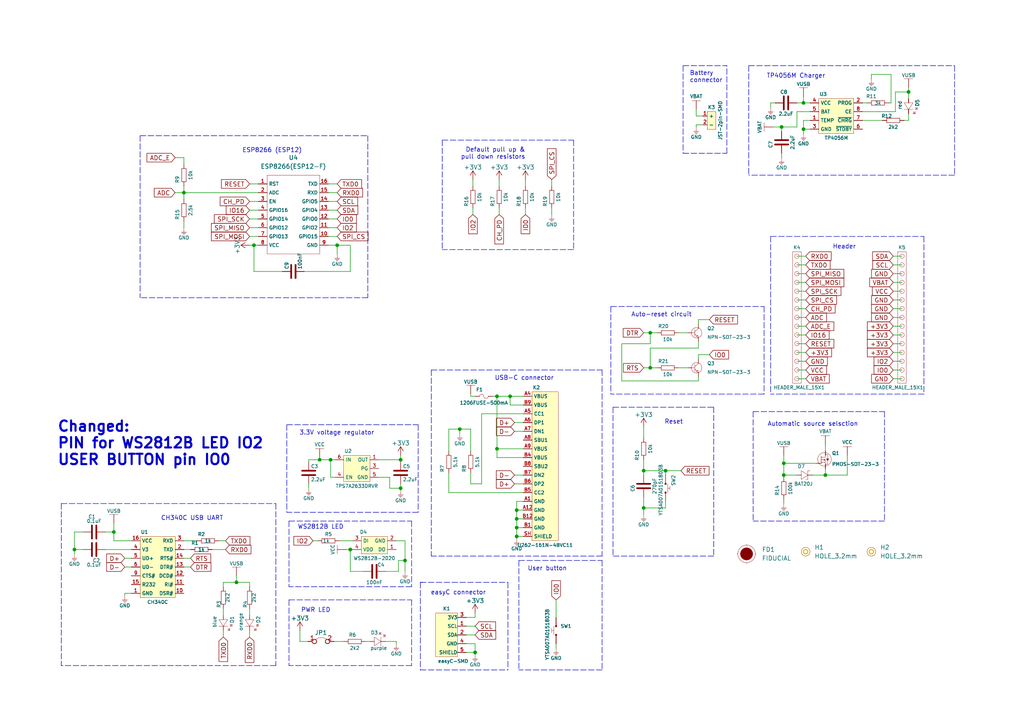
<source format=kicad_sch>
(kicad_sch (version 20210621) (generator eeschema)
  (paper "A4")
  (title_block (title "Dasduino CONNECT") (date "2021-07-16") (rev "V1.1.1.") (company "SOLDERED") (comment 1 "333034"))
  (lib_symbols
    (symbol "e-radionica.com schematics:0402LED" (pin_numbers hide) (pin_names (offset 0.254) hide)
      (property "Reference" "D" (at -0.635 2.54 0))
      (property "Value" "0402LED" (at 0 -2.54 0))
      (symbol "0402LED_1_1"
        (pin passive line (at -1.905 0 0) (length 1.27) (name "A") (number "1"))
        (pin passive line (at 2.54 0 180) (length 1.27) (name "K") (number "2"))
      )
    )
    (symbol "e-radionica.com schematics:0402LED_1" (pin_numbers hide) (pin_names (offset 0.254) hide)
      (property "Reference" "D" (at -0.635 2.54 0))
      (property "Value" "0402LED" (at 0 -2.54 0))
      (symbol "0402LED_1_1_1"
        (pin passive line (at -1.905 0 0) (length 1.27) (name "A") (number "1"))
        (pin passive line (at 2.54 0 180) (length 1.27) (name "K") (number "2"))
      )
    )
    (symbol "e-radionica.com schematics:0402LED_3" (pin_numbers hide) (pin_names (offset 0.254) hide)
      (property "Reference" "D" (at -0.635 2.54 0))
      (property "Value" "0402LED" (at 0 -2.54 0))
      (symbol "0402LED_3_1_1"
        (pin passive line (at -1.905 0 0) (length 1.27) (name "A") (number "1"))
        (pin passive line (at 2.54 0 180) (length 1.27) (name "K") (number "2"))
      )
    )
    (symbol "e-radionica.com schematics:0402R" (pin_numbers hide) (pin_names (offset 0.254))
      (property "Reference" "R" (at -1.905 1.27 0))
      (property "Value" "0402R" (at 0 -1.27 0))
      (symbol "0402R_1_1"
        (pin passive line (at -3.175 0 0) (length 1.27) (name "~") (number "1"))
        (pin passive line (at 3.175 0 180) (length 1.27) (name "~") (number "2"))
      )
    )
    (symbol "e-radionica.com schematics:0402R_1" (pin_numbers hide) (pin_names (offset 0.254))
      (property "Reference" "R" (at -1.905 1.27 0))
      (property "Value" "0402R" (at 0 -1.27 0))
      (symbol "0402R_1_1_1"
        (pin passive line (at -3.175 0 0) (length 1.27) (name "~") (number "1"))
        (pin passive line (at 3.175 0 180) (length 1.27) (name "~") (number "2"))
      )
    )
    (symbol "e-radionica.com schematics:0402R_2" (pin_numbers hide) (pin_names (offset 0.254))
      (property "Reference" "R" (at -1.905 1.27 0))
      (property "Value" "0402R" (at 0 -1.27 0))
      (symbol "0402R_2_1_1"
        (pin passive line (at -3.175 0 0) (length 1.27) (name "~") (number "1"))
        (pin passive line (at 3.175 0 180) (length 1.27) (name "~") (number "2"))
      )
    )
    (symbol "e-radionica.com schematics:0603C" (pin_numbers hide) (pin_names (offset 0.002))
      (property "Reference" "C" (at -0.635 3.175 0))
      (property "Value" "0603C" (at 0 -3.175 0))
      (symbol "0603C_1_1"
        (pin passive line (at -3.175 0 0) (length 2.54) (name "~") (number "1"))
        (pin passive line (at 3.175 0 180) (length 2.54) (name "~") (number "2"))
      )
    )
    (symbol "e-radionica.com schematics:0603C_3" (pin_numbers hide) (pin_names (offset 0.002))
      (property "Reference" "C" (at -0.635 3.175 0))
      (property "Value" "0603C" (at 0 -3.175 0))
      (symbol "0603C_3_1_1"
        (pin passive line (at -3.175 0 0) (length 2.54) (name "~") (number "1"))
        (pin passive line (at 3.175 0 180) (length 2.54) (name "~") (number "2"))
      )
    )
    (symbol "e-radionica.com schematics:0603C_4" (pin_numbers hide) (pin_names (offset 0.002))
      (property "Reference" "C" (at -0.635 3.175 0))
      (property "Value" "0603C" (at 0 -3.175 0))
      (symbol "0603C_4_1_1"
        (pin passive line (at -3.175 0 0) (length 2.54) (name "~") (number "1"))
        (pin passive line (at 3.175 0 180) (length 2.54) (name "~") (number "2"))
      )
    )
    (symbol "e-radionica.com schematics:0603C_5" (pin_numbers hide) (pin_names (offset 0.002))
      (property "Reference" "C" (at -0.635 3.175 0))
      (property "Value" "0603C" (at 0 -3.175 0))
      (symbol "0603C_5_1_1"
        (pin passive line (at -3.175 0 0) (length 2.54) (name "~") (number "1"))
        (pin passive line (at 3.175 0 180) (length 2.54) (name "~") (number "2"))
      )
    )
    (symbol "e-radionica.com schematics:0603R" (pin_numbers hide) (pin_names (offset 0.254))
      (property "Reference" "R" (at -1.905 1.905 0))
      (property "Value" "0603R" (at 0 -1.905 0))
      (symbol "0603R_1_1"
        (pin passive line (at -3.175 0 0) (length 1.27) (name "~") (number "1"))
        (pin passive line (at 3.175 0 180) (length 1.27) (name "~") (number "2"))
      )
    )
    (symbol "e-radionica.com schematics:0603R_1" (pin_numbers hide) (pin_names (offset 0.254))
      (property "Reference" "R" (at -1.905 1.905 0))
      (property "Value" "0603R" (at 0 -1.905 0))
      (symbol "0603R_1_1_1"
        (pin passive line (at -3.175 0 0) (length 1.27) (name "~") (number "1"))
        (pin passive line (at 3.175 0 180) (length 1.27) (name "~") (number "2"))
      )
    )
    (symbol "e-radionica.com schematics:0603R_2" (pin_numbers hide) (pin_names (offset 0.254))
      (property "Reference" "R" (at -1.905 1.905 0))
      (property "Value" "0603R" (at 0 -1.905 0))
      (symbol "0603R_2_1_1"
        (pin passive line (at -3.175 0 0) (length 1.27) (name "~") (number "1"))
        (pin passive line (at 3.175 0 180) (length 1.27) (name "~") (number "2"))
      )
    )
    (symbol "e-radionica.com schematics:0603R_3" (pin_numbers hide) (pin_names (offset 0.254))
      (property "Reference" "R" (at -1.905 1.905 0))
      (property "Value" "0603R" (at 0 -1.905 0))
      (symbol "0603R_3_1_1"
        (pin passive line (at -3.175 0 0) (length 1.27) (name "~") (number "1"))
        (pin passive line (at 3.175 0 180) (length 1.27) (name "~") (number "2"))
      )
    )
    (symbol "e-radionica.com schematics:0603R_4" (pin_numbers hide) (pin_names (offset 0.254))
      (property "Reference" "R" (at -1.905 1.905 0))
      (property "Value" "0603R" (at 0 -1.905 0))
      (symbol "0603R_4_1_1"
        (pin passive line (at -3.175 0 0) (length 1.27) (name "~") (number "1"))
        (pin passive line (at 3.175 0 180) (length 1.27) (name "~") (number "2"))
      )
    )
    (symbol "e-radionica.com schematics:0603R_5" (pin_numbers hide) (pin_names (offset 0.254))
      (property "Reference" "R" (at -1.905 1.905 0))
      (property "Value" "0603R" (at 0 -1.905 0))
      (symbol "0603R_5_1_1"
        (pin passive line (at -3.175 0 0) (length 1.27) (name "~") (number "1"))
        (pin passive line (at 3.175 0 180) (length 1.27) (name "~") (number "2"))
      )
    )
    (symbol "e-radionica.com schematics:1206FUSE" (pin_numbers hide) (pin_names hide)
      (property "Reference" "F" (at -1.27 1.905 0))
      (property "Value" "1206FUSE" (at 0 -1.905 0))
      (symbol "1206FUSE_1_1"
        (pin passive line (at -2.54 0 0) (length 1.27) (name "~") (number "1"))
        (pin passive line (at 2.54 0 180) (length 1.27) (name "~") (number "2"))
      )
    )
    (symbol "e-radionica.com schematics:BAT20J" (pin_numbers hide) (pin_names hide)
      (property "Reference" "D" (at 0 2.54 0))
      (property "Value" "BAT20J" (at 0 -2.54 0))
      (symbol "BAT20J_1_1"
        (pin passive line (at -1.905 0 0) (length 1.27) (name "A") (number "1"))
        (pin passive line (at 2.54 0 180) (length 1.27) (name "K") (number "2"))
      )
    )
    (symbol "e-radionica.com schematics:CH340C"
      (property "Reference" "U" (at -3.81 10.16 0))
      (property "Value" "CH340C" (at 0 -10.16 0))
      (symbol "CH340C_1_1"
        (pin passive line (at -7.62 -7.62 0) (length 2.54) (name "GND") (number "1"))
        (pin passive line (at 7.62 -7.62 180) (length 2.54) (name "DSR#") (number "10"))
        (pin passive line (at 7.62 -5.08 180) (length 2.54) (name "RI#") (number "11"))
        (pin passive line (at 7.62 -2.54 180) (length 2.54) (name "DCD#") (number "12"))
        (pin passive line (at 7.62 0 180) (length 2.54) (name "DTR#") (number "13"))
        (pin passive line (at 7.62 2.54 180) (length 2.54) (name "RTS#") (number "14"))
        (pin passive line (at -7.62 -5.08 0) (length 2.54) (name "R232") (number "15"))
        (pin passive line (at -7.62 7.62 0) (length 2.54) (name "VCC") (number "16"))
        (pin passive line (at 7.62 5.08 180) (length 2.54) (name "TXD") (number "2"))
        (pin passive line (at 7.62 7.62 180) (length 2.54) (name "RXD") (number "3"))
        (pin passive line (at -7.62 5.08 0) (length 2.54) (name "V3") (number "4"))
        (pin passive line (at -7.62 2.54 0) (length 2.54) (name "UD+") (number "5"))
        (pin passive line (at -7.62 0 0) (length 2.54) (name "UD-") (number "6"))
        (pin passive line (at -7.62 -2.54 0) (length 2.54) (name "CTS#") (number "9"))
      )
    )
    (symbol "e-radionica.com schematics:ESP8266(ESP12-F)"
      (property "Reference" "U" (at 0 12.7 0))
      (property "Value" "ESP8266(ESP12-F)" (at 0 -12.7 0))
      (symbol "ESP8266(ESP12-F)_1_1"
        (pin input line (at -10.16 8.89 0) (length 2.54) (name "RST") (number "1"))
        (pin input line (at 10.16 -6.35 180) (length 2.54) (name "GPIO15") (number "10"))
        (pin input line (at 10.16 -3.81 180) (length 2.54) (name "GPIO2") (number "11"))
        (pin input line (at 10.16 -1.27 180) (length 2.54) (name "GPIO0") (number "12"))
        (pin input line (at 10.16 1.27 180) (length 2.54) (name "GPIO4") (number "13"))
        (pin input line (at 10.16 3.81 180) (length 2.54) (name "GPIO5") (number "14"))
        (pin input line (at 10.16 6.35 180) (length 2.54) (name "RXD") (number "15"))
        (pin input line (at 10.16 8.89 180) (length 2.54) (name "TXD") (number "16"))
        (pin input line (at -10.16 6.35 0) (length 2.54) (name "ADC") (number "2"))
        (pin input line (at -10.16 3.81 0) (length 2.54) (name "EN") (number "3"))
        (pin input line (at -10.16 1.27 0) (length 2.54) (name "GPIO16") (number "4"))
        (pin input line (at -10.16 -1.27 0) (length 2.54) (name "GPIO14") (number "5"))
        (pin input line (at -10.16 -3.81 0) (length 2.54) (name "GPIO12") (number "6"))
        (pin input line (at -10.16 -6.35 0) (length 2.54) (name "GPIO13") (number "7"))
        (pin input line (at -10.16 -8.89 0) (length 2.54) (name "VCC") (number "8"))
        (pin input line (at 10.16 -8.89 180) (length 2.54) (name "GND") (number "9"))
      )
    )
    (symbol "e-radionica.com schematics:FIDUCIAL" (in_bom no)
      (property "Reference" "FD" (at 0 3.81 0))
      (property "Value" "FIDUCIAL" (at 0 -3.81 0))
    )
    (symbol "e-radionica.com schematics:GND" (power) (pin_names (offset 0))
      (property "Value" "GND" (at 0 -2.921 0))
      (symbol "GND_1_1"
        (pin power_in line (at 0 0 270) (length 0) hide (name "GND") (number "1"))
      )
    )
    (symbol "e-radionica.com schematics:GND_1" (power) (pin_names (offset 0))
      (property "Value" "GND" (at 0 -2.921 0))
      (symbol "GND_1_1_1"
        (pin power_in line (at 0 0 270) (length 0) hide (name "GND") (number "1"))
      )
    )
    (symbol "e-radionica.com schematics:GND_2" (power) (pin_names (offset 0))
      (property "Value" "GND" (at 0 -2.921 0))
      (symbol "GND_2_1_1"
        (pin power_in line (at 0 0 270) (length 0) hide (name "GND") (number "1"))
      )
    )
    (symbol "e-radionica.com schematics:GND_3" (power) (pin_names (offset 0))
      (property "Value" "GND" (at 0 -2.921 0))
      (symbol "GND_3_1_1"
        (pin power_in line (at 0 0 270) (length 0) hide (name "GND") (number "1"))
      )
    )
    (symbol "e-radionica.com schematics:GND_4" (power) (pin_names (offset 0))
      (property "Value" "GND" (at 0 -2.921 0))
      (symbol "GND_4_1_1"
        (pin power_in line (at 0 0 270) (length 0) hide (name "GND") (number "1"))
      )
    )
    (symbol "e-radionica.com schematics:GND_5" (power) (pin_names (offset 0))
      (property "Value" "GND" (at 0 -2.921 0))
      (symbol "GND_5_1_1"
        (pin power_in line (at 0 0 270) (length 0) hide (name "GND") (number "1"))
      )
    )
    (symbol "e-radionica.com schematics:GND_7" (power) (pin_names (offset 0))
      (property "Value" "GND" (at 0 -2.921 0))
      (symbol "GND_7_1_1"
        (pin power_in line (at 0 0 270) (length 0) hide (name "GND") (number "1"))
      )
    )
    (symbol "e-radionica.com schematics:GND_8" (power) (pin_names (offset 0))
      (property "Value" "GND" (at 0 -2.921 0))
      (symbol "GND_8_1_1"
        (pin power_in line (at 0 0 270) (length 0) hide (name "GND") (number "1"))
      )
    )
    (symbol "e-radionica.com schematics:HEADER_MALE_15X1" (pin_numbers hide) (pin_names hide)
      (property "Reference" "K" (at -0.635 20.32 0))
      (property "Value" "HEADER_MALE_15X1" (at 1.27 -20.32 0))
      (symbol "HEADER_MALE_15X1_1_1"
        (pin passive line (at 0 -17.78 180) (length 0) (name "~") (number "1"))
        (pin passive line (at 0 5.08 180) (length 0) (name "~") (number "10"))
        (pin passive line (at 0 7.62 180) (length 0) (name "~") (number "11"))
        (pin passive line (at 0 10.16 180) (length 0) (name "~") (number "12"))
        (pin passive line (at 0 12.7 180) (length 0) (name "~") (number "13"))
        (pin passive line (at 0 15.24 180) (length 0) (name "~") (number "14"))
        (pin passive line (at 0 17.78 180) (length 0) (name "~") (number "15"))
        (pin passive line (at 0 -15.24 180) (length 0) (name "~") (number "2"))
        (pin passive line (at 0 -12.7 180) (length 0) (name "~") (number "3"))
        (pin passive line (at 0 -10.16 180) (length 0) (name "~") (number "4"))
        (pin passive line (at 0 -7.62 180) (length 0) (name "~") (number "5"))
        (pin passive line (at 0 -5.08 180) (length 0) (name "~") (number "6"))
        (pin passive line (at 0 -2.54 180) (length 0) (name "~") (number "7"))
        (pin passive line (at 0 0 180) (length 0) (name "~") (number "8"))
        (pin passive line (at 0 2.54 180) (length 0) (name "~") (number "9"))
      )
    )
    (symbol "e-radionica.com schematics:HOLE_3.2mm" (pin_numbers hide) (pin_names hide)
      (property "Reference" "H" (at 0 2.54 0))
      (property "Value" "HOLE_3.2mm" (at 0 -2.54 0))
    )
    (symbol "e-radionica.com schematics:JST-2pin-SMD"
      (property "Reference" "K" (at -1.27 5.08 0))
      (property "Value" "JST-2pin-SMD" (at 0 -2.54 0))
      (symbol "JST-2pin-SMD_1_1"
        (pin passive line (at 1.27 0 180) (length 1.27) (name "+") (number "1"))
        (pin passive line (at 1.27 2.54 180) (length 1.27) (name "-") (number "2"))
      )
    )
    (symbol "e-radionica.com schematics:NPN-SOT-23-3" (pin_numbers hide) (pin_names hide)
      (property "Reference" "Q" (at -2.286 2.921 0))
      (property "Value" "NPN-SOT-23-3" (at 0 -3.81 0))
      (symbol "NPN-SOT-23-3_1_1"
        (pin passive line (at -3.175 0 0) (length 1.27) (name "B") (number "1"))
        (pin passive line (at 0 -2.54 90) (length 1.27) (name "E") (number "2"))
        (pin passive line (at 0 2.54 270) (length 1.27) (name "C") (number "3"))
      )
    )
    (symbol "e-radionica.com schematics:PMOS-SOT-23-3" (pin_numbers hide) (pin_names hide)
      (property "Reference" "Q" (at -0.762 3.302 0))
      (property "Value" "PMOS-SOT-23-3" (at 0.381 -4.064 0))
      (symbol "PMOS-SOT-23-3_1_1"
        (pin passive line (at -1.27 -1.016 0) (length 1.27) (name "G") (number "1"))
        (pin passive line (at 1.27 -2.54 90) (length 1.27) (name "S") (number "2"))
        (pin passive line (at 1.27 2.54 270) (length 1.27) (name "D") (number "3"))
      )
    )
    (symbol "e-radionica.com schematics:SMD-JUMPER-CONNECTED_TRACE_SLODERMASK"
      (property "Reference" "JP" (at 0 3.556 0))
      (property "Value" "SMD-JUMPER-CONNECTED_TRACE_SLODERMASK" (at 0 -2.54 0))
      (symbol "SMD-JUMPER-CONNECTED_TRACE_SLODERMASK_1_1"
        (pin passive inverted (at -4.064 0 0) (length 2.54) (name "") (number "1"))
        (pin passive inverted (at 3.556 0 180) (length 2.54) (name "") (number "2"))
      )
    )
    (symbol "e-radionica.com schematics:TP4056M"
      (property "Reference" "U" (at -3.81 5.08 0))
      (property "Value" "TP4056M" (at 0 -7.62 0))
      (symbol "TP4056M_1_1"
        (pin passive line (at -7.62 -2.54 0) (length 2.54) (name "TEMP") (number "1"))
        (pin passive line (at 7.62 2.54 180) (length 2.54) (name "PROG") (number "2"))
        (pin passive line (at -7.62 -5.08 0) (length 2.54) (name "GND") (number "3"))
        (pin passive line (at -7.62 2.54 0) (length 2.54) (name "VCC") (number "4"))
        (pin passive line (at -7.62 0 0) (length 2.54) (name "BAT") (number "5"))
        (pin passive line (at 7.62 -5.08 180) (length 2.54) (name "~{STDBY}") (number "6"))
        (pin passive line (at 7.62 -2.54 180) (length 2.54) (name "~{CHRG}") (number "7"))
        (pin passive line (at 7.62 0 180) (length 2.54) (name "CE") (number "8"))
      )
    )
    (symbol "e-radionica.com schematics:TPS7A2633DRVR"
      (property "Reference" "U" (at -3.175 5.08 0))
      (property "Value" "TPS7A2633DRVR" (at 0 -5.08 0))
      (symbol "TPS7A2633DRVR_1_1"
        (pin passive line (at 6.35 2.54 180) (length 2.54) (name "OUT") (number "1"))
        (pin passive line (at 6.35 0 180) (length 2.54) (name "PG") (number "3"))
        (pin passive line (at -6.35 -2.54 0) (length 2.54) (name "EN") (number "4"))
        (pin passive line (at 6.35 -2.54 180) (length 2.54) (name "GND") (number "5"))
        (pin passive line (at -6.35 2.54 0) (length 2.54) (name "IN") (number "6"))
      )
    )
    (symbol "e-radionica.com schematics:U262-161N-4BVC11"
      (property "Reference" "K" (at 0 22.86 0))
      (property "Value" "U262-161N-4BVC11" (at 2.54 -22.86 0))
      (symbol "U262-161N-4BVC11_1_1"
        (pin passive line (at -3.81 -10.16 0) (length 2.54) (name "GND") (number "A1"))
        (pin passive line (at -3.81 -12.7 0) (length 2.54) (name "GND") (number "A12"))
        (pin passive line (at -3.81 20.32 0) (length 2.54) (name "VBUS") (number "A4"))
        (pin passive line (at -3.81 15.24 0) (length 2.54) (name "CC1") (number "A5"))
        (pin passive line (at -3.81 12.7 0) (length 2.54) (name "DP1") (number "A6"))
        (pin passive line (at -3.81 10.16 0) (length 2.54) (name "DN1") (number "A7"))
        (pin passive line (at -3.81 7.62 0) (length 2.54) (name "SBU1") (number "A8"))
        (pin passive line (at -3.81 5.08 0) (length 2.54) (name "VBUS") (number "A9"))
        (pin passive line (at -3.81 -17.78 0) (length 2.54) (name "GND") (number "B1"))
        (pin passive line (at -3.81 -15.24 0) (length 2.54) (name "GND") (number "B12"))
        (pin passive line (at -3.81 2.54 0) (length 2.54) (name "VBUS") (number "B4"))
        (pin passive line (at -3.81 -7.62 0) (length 2.54) (name "CC2") (number "B5"))
        (pin passive line (at -3.81 -5.08 0) (length 2.54) (name "DP2") (number "B6"))
        (pin passive line (at -3.81 -2.54 0) (length 2.54) (name "DN2") (number "B7"))
        (pin passive line (at -3.81 0 0) (length 2.54) (name "SBU2") (number "B8"))
        (pin passive line (at -3.81 17.78 0) (length 2.54) (name "VBUS") (number "B9"))
        (pin passive line (at -3.81 -20.32 0) (length 2.54) (name "SHIELD") (number "SH"))
      )
    )
    (symbol "e-radionica.com schematics:VBAT" (power) (pin_names (offset 0))
      (property "Value" "VBAT" (at 0 3.556 0))
      (symbol "VBAT_1_1"
        (pin power_in line (at 0 0 90) (length 0) hide (name "VBAT") (number "1"))
      )
    )
    (symbol "e-radionica.com schematics:VCC" (power) (pin_names (offset 0))
      (property "Value" "VCC" (at 0 3.556 0))
      (symbol "VCC_1_1"
        (pin power_in line (at 0 0 90) (length 0) hide (name "VCC") (number "1"))
      )
    )
    (symbol "e-radionica.com schematics:VUSB" (power) (pin_names (offset 0))
      (property "Value" "VUSB" (at 0 3.556 0))
      (symbol "VUSB_1_1"
        (pin power_in line (at 0 0 90) (length 0) hide (name "VUSB") (number "1"))
      )
    )
    (symbol "e-radionica.com schematics:VUSB_1" (power) (pin_names (offset 0))
      (property "Value" "VUSB" (at 0 3.556 0))
      (symbol "VUSB_1_1_1"
        (pin power_in line (at 0 0 90) (length 0) hide (name "VUSB") (number "1"))
      )
    )
    (symbol "e-radionica.com schematics:VUSB_2" (power) (pin_names (offset 0))
      (property "Value" "VUSB" (at 0 3.556 0))
      (symbol "VUSB_2_1_1"
        (pin power_in line (at 0 0 90) (length 0) hide (name "VUSB") (number "1"))
      )
    )
    (symbol "e-radionica.com schematics:VUSB_3" (power) (pin_names (offset 0))
      (property "Value" "VUSB" (at 0 3.556 0))
      (symbol "VUSB_3_1_1"
        (pin power_in line (at 0 0 90) (length 0) hide (name "VUSB") (number "1"))
      )
    )
    (symbol "e-radionica.com schematics:VUSB_4" (power) (pin_names (offset 0))
      (property "Value" "VUSB" (at 0 3.556 0))
      (symbol "VUSB_4_1_1"
        (pin power_in line (at 0 0 90) (length 0) hide (name "VUSB") (number "1"))
      )
    )
    (symbol "e-radionica.com schematics:WS2812B-2020"
      (property "Reference" "D" (at -2.54 3.81 0))
      (property "Value" "WS2812B-2020" (at 0 -3.81 0))
      (symbol "WS2812B-2020_1_1"
        (pin passive line (at 6.35 -1.27 180) (length 2.54) (name "DO") (number "1"))
        (pin passive line (at 6.35 1.27 180) (length 2.54) (name "GND") (number "2"))
        (pin passive line (at -6.35 1.27 0) (length 2.54) (name "DI") (number "3"))
        (pin passive line (at -6.35 -1.27 0) (length 2.54) (name "VDD") (number "4"))
      )
    )
    (symbol "e-radionica.com schematics:YTSA007A0151803B" (pin_numbers hide) (pin_names hide)
      (property "Reference" "SW" (at -1.016 2.286 0))
      (property "Value" "YTSA007A0151803B" (at 1.778 -2.032 0))
      (symbol "YTSA007A0151803B_1_1"
        (pin passive line (at -2.54 0 0) (length 2.54) (name "~") (number "1"))
        (pin passive line (at 5.08 0 180) (length 2.54) (name "~") (number "2"))
      )
    )
    (symbol "e-radionica.com schematics:easyC-SMD" (pin_names (offset 0.002))
      (property "Reference" "K" (at -2.54 10.16 0))
      (property "Value" "easyC-SMD" (at 0 -5.08 0))
      (symbol "easyC-SMD_1_1"
        (pin passive line (at 5.715 5.08 180) (length 2.54) (name "SCL") (number "1"))
        (pin passive line (at 5.715 2.54 180) (length 2.54) (name "SDA") (number "2"))
        (pin passive line (at 5.715 7.62 180) (length 2.54) (name "3V3") (number "3"))
        (pin passive line (at 5.715 0 180) (length 2.54) (name "GND") (number "4"))
        (pin passive line (at 5.715 -2.54 180) (length 2.54) (name "SHIELD") (number "5"))
      )
    )
    (symbol "power:+3V3" (power) (pin_names (offset 0))
      (property "Value" "+3V3" (at 0 3.556 0))
      (symbol "+3V3_1_1"
        (pin power_in line (at 0 0 90) (length 0) hide (name "+3V3") (number "1"))
      )
    )
  )
  (junction (at 21.59 159.385) (diameter 0.9144))
  (junction (at 33.02 154.305) (diameter 0.9144))
  (junction (at 53.34 55.88) (diameter 0.9144))
  (junction (at 68.58 168.91) (diameter 0.9144))
  (junction (at 73.66 71.12) (diameter 0.9144))
  (junction (at 92.71 133.35) (diameter 0.9144))
  (junction (at 95.885 133.35) (diameter 0.9144))
  (junction (at 97.79 71.12) (diameter 0.9144))
  (junction (at 101.6 159.385) (diameter 0.9144))
  (junction (at 116.205 133.35) (diameter 0.9144))
  (junction (at 116.205 141.605) (diameter 0.9144))
  (junction (at 117.475 162.56) (diameter 0.9144))
  (junction (at 133.35 124.46) (diameter 0.9144))
  (junction (at 137.795 189.23) (diameter 0.9144))
  (junction (at 144.145 114.935) (diameter 0.9144))
  (junction (at 144.145 130.175) (diameter 0.9144))
  (junction (at 147.955 114.935) (diameter 0.9144))
  (junction (at 149.86 147.955) (diameter 0.9144))
  (junction (at 149.86 150.495) (diameter 0.9144))
  (junction (at 149.86 153.035) (diameter 0.9144))
  (junction (at 149.86 155.575) (diameter 0.9144))
  (junction (at 186.69 136.525) (diameter 0.9144))
  (junction (at 186.69 147.32) (diameter 0.9144))
  (junction (at 188.595 96.52) (diameter 0.9144))
  (junction (at 188.595 106.68) (diameter 0.9144))
  (junction (at 193.04 136.525) (diameter 0.9144))
  (junction (at 226.695 36.83) (diameter 0.9144))
  (junction (at 227.33 134.366) (diameter 0.9144))
  (junction (at 227.33 137.795) (diameter 0.9144))
  (junction (at 233.045 29.845) (diameter 0.9144))
  (junction (at 233.045 37.465) (diameter 0.9144))
  (junction (at 239.395 137.795) (diameter 0.9144))
  (junction (at 263.525 26.67) (diameter 0.9144))
  (wire (pts (xy 21.59 154.305) (xy 21.59 159.385)))
  (wire (pts (xy 21.59 159.385) (xy 21.59 160.655)))
  (wire (pts (xy 24.13 154.305) (xy 21.59 154.305)))
  (wire (pts (xy 24.13 159.385) (xy 21.59 159.385)))
  (wire (pts (xy 30.48 154.305) (xy 33.02 154.305)))
  (wire (pts (xy 30.48 159.385) (xy 38.1 159.385)))
  (wire (pts (xy 33.02 154.305) (xy 33.02 151.765)))
  (wire (pts (xy 33.02 156.845) (xy 33.02 154.305)))
  (wire (pts (xy 36.195 161.925) (xy 38.1 161.925)))
  (wire (pts (xy 36.195 164.465) (xy 38.1 164.465)))
  (wire (pts (xy 36.195 172.085) (xy 36.195 172.72)))
  (wire (pts (xy 38.1 156.845) (xy 33.02 156.845)))
  (wire (pts (xy 38.1 172.085) (xy 36.195 172.085)))
  (wire (pts (xy 50.8 45.72) (xy 53.34 45.72)))
  (wire (pts (xy 50.8 55.88) (xy 53.34 55.88)))
  (wire (pts (xy 53.34 47.625) (xy 53.34 45.72)))
  (wire (pts (xy 53.34 53.975) (xy 53.34 55.88)))
  (wire (pts (xy 53.34 55.88) (xy 53.34 57.785)))
  (wire (pts (xy 53.34 55.88) (xy 74.93 55.88)))
  (wire (pts (xy 53.34 64.135) (xy 53.34 66.04)))
  (wire (pts (xy 53.34 156.845) (xy 57.15 156.845)))
  (wire (pts (xy 53.34 159.385) (xy 55.245 159.385)))
  (wire (pts (xy 53.34 161.925) (xy 55.245 161.925)))
  (wire (pts (xy 53.34 164.465) (xy 55.245 164.465)))
  (wire (pts (xy 61.595 159.385) (xy 65.405 159.385)))
  (wire (pts (xy 63.5 156.845) (xy 65.405 156.845)))
  (wire (pts (xy 64.77 168.91) (xy 68.58 168.91)))
  (wire (pts (xy 64.77 170.18) (xy 64.77 168.91)))
  (wire (pts (xy 64.77 176.53) (xy 64.77 178.435)))
  (wire (pts (xy 64.77 182.88) (xy 64.77 184.785)))
  (wire (pts (xy 68.58 167.005) (xy 68.58 168.91)))
  (wire (pts (xy 72.39 53.34) (xy 74.93 53.34)))
  (wire (pts (xy 72.39 58.42) (xy 74.93 58.42)))
  (wire (pts (xy 72.39 60.96) (xy 74.93 60.96)))
  (wire (pts (xy 72.39 63.5) (xy 74.93 63.5)))
  (wire (pts (xy 72.39 66.04) (xy 74.93 66.04)))
  (wire (pts (xy 72.39 68.58) (xy 74.93 68.58)))
  (wire (pts (xy 72.39 71.12) (xy 73.66 71.12)))
  (wire (pts (xy 72.39 168.91) (xy 68.58 168.91)))
  (wire (pts (xy 72.39 170.18) (xy 72.39 168.91)))
  (wire (pts (xy 72.39 176.53) (xy 72.39 178.435)))
  (wire (pts (xy 72.39 182.88) (xy 72.39 184.785)))
  (wire (pts (xy 73.66 71.12) (xy 74.93 71.12)))
  (wire (pts (xy 73.66 78.74) (xy 73.66 71.12)))
  (wire (pts (xy 81.915 78.74) (xy 73.66 78.74)))
  (wire (pts (xy 86.995 186.055) (xy 86.995 182.88)))
  (wire (pts (xy 88.265 78.74) (xy 101.6 78.74)))
  (wire (pts (xy 89.281 186.055) (xy 86.995 186.055)))
  (wire (pts (xy 89.535 133.35) (xy 92.71 133.35)))
  (wire (pts (xy 89.535 133.985) (xy 89.535 133.35)))
  (wire (pts (xy 89.535 140.335) (xy 89.535 141.605)))
  (wire (pts (xy 90.805 156.845) (xy 92.075 156.845)))
  (wire (pts (xy 92.71 133.35) (xy 92.71 132.715)))
  (wire (pts (xy 95.25 53.34) (xy 97.79 53.34)))
  (wire (pts (xy 95.25 55.88) (xy 97.79 55.88)))
  (wire (pts (xy 95.25 58.42) (xy 97.79 58.42)))
  (wire (pts (xy 95.25 60.96) (xy 97.79 60.96)))
  (wire (pts (xy 95.25 63.5) (xy 97.79 63.5)))
  (wire (pts (xy 95.25 66.04) (xy 97.79 66.04)))
  (wire (pts (xy 95.25 68.58) (xy 97.79 68.58)))
  (wire (pts (xy 95.25 71.12) (xy 97.79 71.12)))
  (wire (pts (xy 95.885 133.35) (xy 92.71 133.35)))
  (wire (pts (xy 95.885 138.43) (xy 95.885 133.35)))
  (wire (pts (xy 96.901 186.055) (xy 99.695 186.055)))
  (wire (pts (xy 97.155 133.35) (xy 95.885 133.35)))
  (wire (pts (xy 97.155 138.43) (xy 95.885 138.43)))
  (wire (pts (xy 97.79 71.12) (xy 97.79 73.66)))
  (wire (pts (xy 98.425 156.845) (xy 102.235 156.845)))
  (wire (pts (xy 100.33 159.385) (xy 101.6 159.385)))
  (wire (pts (xy 101.6 71.12) (xy 97.79 71.12)))
  (wire (pts (xy 101.6 78.74) (xy 101.6 71.12)))
  (wire (pts (xy 101.6 159.385) (xy 102.235 159.385)))
  (wire (pts (xy 101.6 165.735) (xy 101.6 159.385)))
  (wire (pts (xy 105.41 165.735) (xy 101.6 165.735)))
  (wire (pts (xy 106.045 186.055) (xy 107.315 186.055)))
  (wire (pts (xy 109.855 133.35) (xy 116.205 133.35)))
  (wire (pts (xy 109.855 138.43) (xy 113.03 138.43)))
  (wire (pts (xy 111.76 165.735) (xy 115.57 165.735)))
  (wire (pts (xy 111.76 186.055) (xy 114.935 186.055)))
  (wire (pts (xy 113.03 138.43) (xy 113.03 141.605)))
  (wire (pts (xy 113.03 141.605) (xy 116.205 141.605)))
  (wire (pts (xy 114.935 156.845) (xy 117.475 156.845)))
  (wire (pts (xy 114.935 186.055) (xy 114.935 186.69)))
  (wire (pts (xy 115.57 162.56) (xy 117.475 162.56)))
  (wire (pts (xy 115.57 165.735) (xy 115.57 162.56)))
  (wire (pts (xy 116.205 132.08) (xy 116.205 133.35)))
  (wire (pts (xy 116.205 133.35) (xy 116.205 133.985)))
  (wire (pts (xy 116.205 140.335) (xy 116.205 141.605)))
  (wire (pts (xy 116.205 141.605) (xy 116.205 142.24)))
  (wire (pts (xy 117.475 156.845) (xy 117.475 162.56)))
  (wire (pts (xy 117.475 162.56) (xy 117.475 165.735)))
  (wire (pts (xy 130.175 124.46) (xy 130.175 130.81)))
  (wire (pts (xy 130.175 124.46) (xy 133.35 124.46)))
  (wire (pts (xy 130.175 137.16) (xy 130.175 142.875)))
  (wire (pts (xy 133.35 124.46) (xy 133.35 125.73)))
  (wire (pts (xy 133.35 124.46) (xy 136.525 124.46)))
  (wire (pts (xy 135.255 179.07) (xy 137.795 179.07)))
  (wire (pts (xy 135.255 181.61) (xy 137.795 181.61)))
  (wire (pts (xy 135.255 184.15) (xy 137.795 184.15)))
  (wire (pts (xy 135.255 186.69) (xy 137.795 186.69)))
  (wire (pts (xy 135.255 189.23) (xy 137.795 189.23)))
  (wire (pts (xy 136.525 114.935) (xy 136.525 114.3)))
  (wire (pts (xy 136.525 124.46) (xy 136.525 130.81)))
  (wire (pts (xy 136.525 137.16) (xy 136.525 140.335)))
  (wire (pts (xy 136.525 140.335) (xy 139.7 140.335)))
  (wire (pts (xy 137.16 52.07) (xy 137.16 53.975)))
  (wire (pts (xy 137.16 60.325) (xy 137.16 62.23)))
  (wire (pts (xy 137.795 114.935) (xy 136.525 114.935)))
  (wire (pts (xy 137.795 179.07) (xy 137.795 177.8)))
  (wire (pts (xy 137.795 186.69) (xy 137.795 189.23)))
  (wire (pts (xy 137.795 189.23) (xy 137.795 189.865)))
  (wire (pts (xy 139.7 120.015) (xy 151.765 120.015)))
  (wire (pts (xy 139.7 140.335) (xy 139.7 120.015)))
  (wire (pts (xy 142.875 114.935) (xy 144.145 114.935)))
  (wire (pts (xy 144.145 114.935) (xy 147.955 114.935)))
  (wire (pts (xy 144.145 130.175) (xy 144.145 114.935)))
  (wire (pts (xy 144.145 130.175) (xy 144.145 132.715)))
  (wire (pts (xy 144.145 130.175) (xy 151.765 130.175)))
  (wire (pts (xy 144.78 52.07) (xy 144.78 53.975)))
  (wire (pts (xy 144.78 60.325) (xy 144.78 62.23)))
  (wire (pts (xy 147.955 114.935) (xy 151.765 114.935)))
  (wire (pts (xy 147.955 117.475) (xy 147.955 114.935)))
  (wire (pts (xy 149.225 122.555) (xy 151.765 122.555)))
  (wire (pts (xy 149.225 125.095) (xy 151.765 125.095)))
  (wire (pts (xy 149.225 137.795) (xy 151.765 137.795)))
  (wire (pts (xy 149.225 140.335) (xy 151.765 140.335)))
  (wire (pts (xy 149.86 145.415) (xy 149.86 147.955)))
  (wire (pts (xy 149.86 147.955) (xy 149.86 150.495)))
  (wire (pts (xy 149.86 147.955) (xy 151.765 147.955)))
  (wire (pts (xy 149.86 150.495) (xy 149.86 153.035)))
  (wire (pts (xy 149.86 150.495) (xy 151.765 150.495)))
  (wire (pts (xy 149.86 153.035) (xy 149.86 155.575)))
  (wire (pts (xy 149.86 153.035) (xy 151.765 153.035)))
  (wire (pts (xy 149.86 155.575) (xy 149.86 156.21)))
  (wire (pts (xy 151.765 117.475) (xy 147.955 117.475)))
  (wire (pts (xy 151.765 132.715) (xy 144.145 132.715)))
  (wire (pts (xy 151.765 142.875) (xy 130.175 142.875)))
  (wire (pts (xy 151.765 145.415) (xy 149.86 145.415)))
  (wire (pts (xy 151.765 155.575) (xy 149.86 155.575)))
  (wire (pts (xy 152.4 52.07) (xy 152.4 53.975)))
  (wire (pts (xy 152.4 60.325) (xy 152.4 62.23)))
  (wire (pts (xy 160.02 52.07) (xy 160.02 53.975)))
  (wire (pts (xy 160.02 60.325) (xy 160.02 62.23)))
  (wire (pts (xy 161.29 173.99) (xy 161.29 179.07)))
  (wire (pts (xy 161.29 186.69) (xy 161.29 187.96)))
  (wire (pts (xy 180.34 99.695) (xy 188.595 99.695)))
  (wire (pts (xy 180.34 110.49) (xy 180.34 99.695)))
  (wire (pts (xy 186.69 96.52) (xy 188.595 96.52)))
  (wire (pts (xy 186.69 106.68) (xy 188.595 106.68)))
  (wire (pts (xy 186.69 123.825) (xy 186.69 127)))
  (wire (pts (xy 186.69 133.35) (xy 186.69 136.525)))
  (wire (pts (xy 186.69 136.525) (xy 186.69 137.795)))
  (wire (pts (xy 186.69 136.525) (xy 193.04 136.525)))
  (wire (pts (xy 186.69 144.145) (xy 186.69 147.32)))
  (wire (pts (xy 186.69 147.32) (xy 186.69 149.225)))
  (wire (pts (xy 186.69 147.32) (xy 193.04 147.32)))
  (wire (pts (xy 188.595 96.52) (xy 190.5 96.52)))
  (wire (pts (xy 188.595 99.695) (xy 188.595 96.52)))
  (wire (pts (xy 188.595 100.965) (xy 188.595 106.68)))
  (wire (pts (xy 188.595 106.68) (xy 190.5 106.68)))
  (wire (pts (xy 193.04 136.525) (xy 193.04 137.795)))
  (wire (pts (xy 193.04 136.525) (xy 197.485 136.525)))
  (wire (pts (xy 193.04 145.415) (xy 193.04 147.32)))
  (wire (pts (xy 196.85 96.52) (xy 199.39 96.52)))
  (wire (pts (xy 196.85 106.68) (xy 199.39 106.68)))
  (wire (pts (xy 201.93 33.655) (xy 201.93 31.75)))
  (wire (pts (xy 201.93 36.195) (xy 201.93 36.83)))
  (wire (pts (xy 202.565 92.71) (xy 205.74 92.71)))
  (wire (pts (xy 202.565 93.98) (xy 202.565 92.71)))
  (wire (pts (xy 202.565 99.06) (xy 202.565 100.965)))
  (wire (pts (xy 202.565 100.965) (xy 188.595 100.965)))
  (wire (pts (xy 202.565 102.87) (xy 205.74 102.87)))
  (wire (pts (xy 202.565 104.14) (xy 202.565 102.87)))
  (wire (pts (xy 202.565 109.22) (xy 202.565 110.49)))
  (wire (pts (xy 202.565 110.49) (xy 180.34 110.49)))
  (wire (pts (xy 203.835 33.655) (xy 201.93 33.655)))
  (wire (pts (xy 203.835 36.195) (xy 201.93 36.195)))
  (wire (pts (xy 223.52 29.845) (xy 223.52 31.115)))
  (wire (pts (xy 224.155 36.83) (xy 226.695 36.83)))
  (wire (pts (xy 224.79 29.845) (xy 223.52 29.845)))
  (wire (pts (xy 226.695 36.83) (xy 226.695 38.1)))
  (wire (pts (xy 226.695 36.83) (xy 231.14 36.83)))
  (wire (pts (xy 226.695 44.45) (xy 226.695 45.72)))
  (wire (pts (xy 227.33 132.08) (xy 227.33 134.366)))
  (wire (pts (xy 227.33 134.366) (xy 227.33 137.795)))
  (wire (pts (xy 227.33 134.366) (xy 236.855 134.366)))
  (wire (pts (xy 227.33 137.795) (xy 227.33 138.43)))
  (wire (pts (xy 227.33 137.795) (xy 231.14 137.795)))
  (wire (pts (xy 227.33 144.78) (xy 227.33 146.05)))
  (wire (pts (xy 231.14 29.845) (xy 233.045 29.845)))
  (wire (pts (xy 231.14 32.385) (xy 231.14 36.83)))
  (wire (pts (xy 231.14 74.295) (xy 233.68 74.295)))
  (wire (pts (xy 231.14 76.835) (xy 233.68 76.835)))
  (wire (pts (xy 231.14 79.375) (xy 233.68 79.375)))
  (wire (pts (xy 231.14 81.915) (xy 233.68 81.915)))
  (wire (pts (xy 231.14 84.455) (xy 233.68 84.455)))
  (wire (pts (xy 231.14 86.995) (xy 233.68 86.995)))
  (wire (pts (xy 231.14 89.535) (xy 233.68 89.535)))
  (wire (pts (xy 231.14 92.075) (xy 233.68 92.075)))
  (wire (pts (xy 231.14 94.615) (xy 233.68 94.615)))
  (wire (pts (xy 231.14 97.155) (xy 233.68 97.155)))
  (wire (pts (xy 231.14 99.695) (xy 233.68 99.695)))
  (wire (pts (xy 231.14 102.235) (xy 233.68 102.235)))
  (wire (pts (xy 231.14 104.775) (xy 233.68 104.775)))
  (wire (pts (xy 231.14 107.315) (xy 233.68 107.315)))
  (wire (pts (xy 231.14 109.855) (xy 233.68 109.855)))
  (wire (pts (xy 233.045 29.845) (xy 233.045 27.94)))
  (wire (pts (xy 233.045 34.925) (xy 233.045 37.465)))
  (wire (pts (xy 233.045 37.465) (xy 233.045 38.735)))
  (wire (pts (xy 234.95 29.845) (xy 233.045 29.845)))
  (wire (pts (xy 234.95 32.385) (xy 231.14 32.385)))
  (wire (pts (xy 234.95 34.925) (xy 233.045 34.925)))
  (wire (pts (xy 234.95 37.465) (xy 233.045 37.465)))
  (wire (pts (xy 235.585 137.795) (xy 239.395 137.795)))
  (wire (pts (xy 239.395 128.905) (xy 239.395 130.81)))
  (wire (pts (xy 239.395 137.795) (xy 239.395 135.89)))
  (wire (pts (xy 239.395 137.795) (xy 245.745 137.795)))
  (wire (pts (xy 245.745 132.08) (xy 245.745 137.795)))
  (wire (pts (xy 250.19 29.845) (xy 251.46 29.845)))
  (wire (pts (xy 250.19 32.385) (xy 259.715 32.385)))
  (wire (pts (xy 250.19 34.925) (xy 255.905 34.925)))
  (wire (pts (xy 252.73 21.59) (xy 252.73 22.86)))
  (wire (pts (xy 257.81 29.845) (xy 258.445 29.845)))
  (wire (pts (xy 258.445 21.59) (xy 252.73 21.59)))
  (wire (pts (xy 258.445 29.845) (xy 258.445 21.59)))
  (wire (pts (xy 259.08 74.295) (xy 261.62 74.295)))
  (wire (pts (xy 259.08 76.835) (xy 261.62 76.835)))
  (wire (pts (xy 259.08 79.375) (xy 261.62 79.375)))
  (wire (pts (xy 259.08 81.915) (xy 261.62 81.915)))
  (wire (pts (xy 259.08 84.455) (xy 261.62 84.455)))
  (wire (pts (xy 259.08 86.995) (xy 261.62 86.995)))
  (wire (pts (xy 259.08 89.535) (xy 261.62 89.535)))
  (wire (pts (xy 259.08 92.075) (xy 261.62 92.075)))
  (wire (pts (xy 259.08 94.615) (xy 261.62 94.615)))
  (wire (pts (xy 259.08 97.155) (xy 261.62 97.155)))
  (wire (pts (xy 259.08 99.695) (xy 261.62 99.695)))
  (wire (pts (xy 259.08 102.235) (xy 261.62 102.235)))
  (wire (pts (xy 259.08 104.775) (xy 261.62 104.775)))
  (wire (pts (xy 259.08 107.315) (xy 261.62 107.315)))
  (wire (pts (xy 259.08 109.855) (xy 261.62 109.855)))
  (wire (pts (xy 259.715 26.67) (xy 263.525 26.67)))
  (wire (pts (xy 259.715 32.385) (xy 259.715 26.67)))
  (wire (pts (xy 262.255 34.925) (xy 263.525 34.925)))
  (wire (pts (xy 263.525 25.4) (xy 263.525 26.67)))
  (wire (pts (xy 263.525 26.67) (xy 263.525 28.575)))
  (wire (pts (xy 263.525 34.925) (xy 263.525 33.02)))
  (polyline (pts (xy 17.78 146.05) (xy 17.78 193.04)) (stroke (width 0) (type dash)))
  (polyline (pts (xy 17.78 146.05) (xy 80.01 146.05)) (stroke (width 0) (type dash)))
  (polyline (pts (xy 40.64 39.37) (xy 40.64 86.36)) (stroke (width 0) (type dash)))
  (polyline (pts (xy 40.64 39.37) (xy 106.68 39.37)) (stroke (width 0) (type dash)))
  (polyline (pts (xy 80.01 146.05) (xy 80.01 193.04)) (stroke (width 0) (type dash)))
  (polyline (pts (xy 80.01 193.04) (xy 17.78 193.04)) (stroke (width 0) (type dash)))
  (polyline (pts (xy 83.185 123.19) (xy 83.185 148.59)) (stroke (width 0) (type dash)))
  (polyline (pts (xy 83.185 123.19) (xy 121.285 123.19)) (stroke (width 0) (type dash)))
  (polyline (pts (xy 83.82 151.13) (xy 83.82 170.18)) (stroke (width 0) (type dash)))
  (polyline (pts (xy 83.82 151.13) (xy 119.38 151.13)) (stroke (width 0) (type dash)))
  (polyline (pts (xy 83.82 173.99) (xy 83.82 193.04)) (stroke (width 0) (type dash)))
  (polyline (pts (xy 83.82 173.99) (xy 119.38 173.99)) (stroke (width 0) (type dash)))
  (polyline (pts (xy 106.68 39.37) (xy 106.68 86.36)) (stroke (width 0) (type dash)))
  (polyline (pts (xy 106.68 86.36) (xy 40.64 86.36)) (stroke (width 0) (type dash)))
  (polyline (pts (xy 119.38 151.13) (xy 119.38 170.18)) (stroke (width 0) (type dash)))
  (polyline (pts (xy 119.38 170.18) (xy 83.82 170.18)) (stroke (width 0) (type dash)))
  (polyline (pts (xy 119.38 173.99) (xy 119.38 193.04)) (stroke (width 0) (type dash)))
  (polyline (pts (xy 119.38 193.04) (xy 83.82 193.04)) (stroke (width 0) (type dash)))
  (polyline (pts (xy 121.285 123.19) (xy 121.285 148.59)) (stroke (width 0) (type dash)))
  (polyline (pts (xy 121.285 148.59) (xy 83.185 148.59)) (stroke (width 0) (type dash)))
  (polyline (pts (xy 121.92 168.91) (xy 121.92 194.31)) (stroke (width 0) (type dash)))
  (polyline (pts (xy 121.92 168.91) (xy 147.32 168.91)) (stroke (width 0) (type dash)))
  (polyline (pts (xy 121.92 194.31) (xy 147.32 194.31)) (stroke (width 0) (type dash)))
  (polyline (pts (xy 122.555 168.91) (xy 121.92 168.91)) (stroke (width 0) (type dash)))
  (polyline (pts (xy 125.095 107.315) (xy 125.095 161.29)) (stroke (width 0) (type dash)))
  (polyline (pts (xy 125.095 107.315) (xy 174.625 107.315)) (stroke (width 0) (type dash)))
  (polyline (pts (xy 128.27 40.64) (xy 128.27 72.39)) (stroke (width 0) (type dash)))
  (polyline (pts (xy 128.27 40.64) (xy 166.37 40.64)) (stroke (width 0) (type dash)))
  (polyline (pts (xy 147.32 168.91) (xy 147.32 194.31)) (stroke (width 0) (type dash)))
  (polyline (pts (xy 150.495 162.56) (xy 150.495 194.31)) (stroke (width 0) (type dash)))
  (polyline (pts (xy 150.495 162.56) (xy 174.625 162.56)) (stroke (width 0) (type dash)))
  (polyline (pts (xy 166.37 40.64) (xy 166.37 72.39)) (stroke (width 0) (type dash)))
  (polyline (pts (xy 166.37 72.39) (xy 128.27 72.39)) (stroke (width 0) (type dash)))
  (polyline (pts (xy 174.625 107.315) (xy 174.625 161.29)) (stroke (width 0) (type dash)))
  (polyline (pts (xy 174.625 161.29) (xy 125.095 161.29)) (stroke (width 0) (type dash)))
  (polyline (pts (xy 174.625 162.56) (xy 174.625 194.31)) (stroke (width 0) (type dash)))
  (polyline (pts (xy 174.625 194.31) (xy 150.495 194.31)) (stroke (width 0) (type dash)))
  (polyline (pts (xy 177.165 88.9) (xy 177.165 114.3)) (stroke (width 0) (type dash)))
  (polyline (pts (xy 177.165 88.9) (xy 221.615 88.9)) (stroke (width 0) (type dash)))
  (polyline (pts (xy 177.8 118.11) (xy 177.8 161.29)) (stroke (width 0) (type dash)))
  (polyline (pts (xy 177.8 118.11) (xy 207.01 118.11)) (stroke (width 0) (type dash)))
  (polyline (pts (xy 198.12 19.05) (xy 198.12 44.45)) (stroke (width 0) (type dash)))
  (polyline (pts (xy 198.12 19.05) (xy 210.82 19.05)) (stroke (width 0) (type dash)))
  (polyline (pts (xy 198.12 44.45) (xy 210.82 44.45)) (stroke (width 0) (type dash)))
  (polyline (pts (xy 207.01 118.11) (xy 207.01 161.29)) (stroke (width 0) (type dash)))
  (polyline (pts (xy 207.01 161.29) (xy 177.8 161.29)) (stroke (width 0) (type dash)))
  (polyline (pts (xy 210.82 44.45) (xy 210.82 19.05)) (stroke (width 0) (type dash)))
  (polyline (pts (xy 217.17 19.05) (xy 217.17 50.8)) (stroke (width 0) (type dash)))
  (polyline (pts (xy 217.17 19.05) (xy 276.86 19.05)) (stroke (width 0) (type dash)))
  (polyline (pts (xy 218.44 119.38) (xy 218.44 151.13)) (stroke (width 0) (type dash)))
  (polyline (pts (xy 218.44 119.38) (xy 256.54 119.38)) (stroke (width 0) (type dash)))
  (polyline (pts (xy 221.615 88.9) (xy 221.615 114.3)) (stroke (width 0) (type dash)))
  (polyline (pts (xy 221.615 114.3) (xy 177.165 114.3)) (stroke (width 0) (type dash)))
  (polyline (pts (xy 223.52 68.58) (xy 223.52 114.3)) (stroke (width 0) (type dash)))
  (polyline (pts (xy 223.52 68.58) (xy 267.97 68.58)) (stroke (width 0) (type dash)))
  (polyline (pts (xy 256.54 119.38) (xy 256.54 151.13)) (stroke (width 0) (type dash)))
  (polyline (pts (xy 256.54 151.13) (xy 218.44 151.13)) (stroke (width 0) (type dash)))
  (polyline (pts (xy 267.97 68.58) (xy 267.97 114.3)) (stroke (width 0) (type dash)))
  (polyline (pts (xy 267.97 114.3) (xy 223.52 114.3)) (stroke (width 0) (type dash)))
  (polyline (pts (xy 276.86 19.05) (xy 276.86 50.8)) (stroke (width 0) (type dash)))
  (polyline (pts (xy 276.86 50.8) (xy 217.17 50.8)) (stroke (width 0) (type dash)))
  (text "Changed:\nPIN for WS2812B LED IO2\nUSER BUTTON pin IO0" (at 16.51 135.255 0) (effects (font (size 3 3) (thickness 0.6) bold) (justify left bottom)))
  (text "CH340C USB UART" (at 64.77 151.13 180) (effects (font (size 1.27 1.27)) (justify right bottom)))
  (text "ESP8266 (ESP12)" (at 87.63 44.45 180) (effects (font (size 1.27 1.27)) (justify right bottom)))
  (text "PWR LED" (at 95.885 177.8 180) (effects (font (size 1.27 1.27)) (justify right bottom)))
  (text "WS2812B LED" (at 99.695 153.67 180) (effects (font (size 1.27 1.27)) (justify right bottom)))
  (text "3.3V voltage regulator" (at 108.585 126.365 180) (effects (font (size 1.27 1.27)) (justify right bottom)))
  (text "easyC connector" (at 140.97 172.72 180) (effects (font (size 1.27 1.27)) (justify right bottom)))
  (text "Default pull up &\npull down resistors" (at 152.4 46.355 180) (effects (font (size 1.27 1.27)) (justify right bottom)))
  (text "USB-C connector" (at 160.655 110.49 180) (effects (font (size 1.27 1.27)) (justify right bottom)))
  (text "User button\n" (at 164.465 165.735 180) (effects (font (size 1.27 1.27)) (justify right bottom)))
  (text "Reset" (at 198.12 123.19 180) (effects (font (size 1.27 1.27)) (justify right bottom)))
  (text "Battery\nconnector" (at 200.025 24.13 0) (effects (font (size 1.27 1.27)) (justify left bottom)))
  (text "Auto-reset circuit" (at 200.66 92.075 180) (effects (font (size 1.27 1.27)) (justify right bottom)))
  (text "TP4056M Charger\n" (at 239.395 22.86 180) (effects (font (size 1.27 1.27)) (justify right bottom)))
  (text "Header" (at 248.285 72.39 180) (effects (font (size 1.27 1.27)) (justify right bottom)))
  (text "Automatic source selsction" (at 248.92 123.825 180) (effects (font (size 1.27 1.27)) (justify right bottom)))
  (global_label "D+" (shape input) (at 36.195 161.925 180) (property "Intersheet References" "${INTERSHEET_REFS}" (effects hide)))
  (global_label "D-" (shape input) (at 36.195 164.465 180) (property "Intersheet References" "${INTERSHEET_REFS}" (effects hide)))
  (global_label "ADC_E" (shape input) (at 50.8 45.72 180) (property "Intersheet References" "${INTERSHEET_REFS}" (effects hide)))
  (global_label "ADC" (shape input) (at 50.8 55.88 180) (property "Intersheet References" "${INTERSHEET_REFS}" (effects hide)))
  (global_label "RTS" (shape input) (at 55.245 161.925 0) (property "Intersheet References" "${INTERSHEET_REFS}" (effects hide)))
  (global_label "DTR" (shape input) (at 55.245 164.465 0) (property "Intersheet References" "${INTERSHEET_REFS}" (effects hide)))
  (global_label "TXD0" (shape input) (at 64.77 184.785 270) (property "Intersheet References" "${INTERSHEET_REFS}" (effects hide)))
  (global_label "TXD0" (shape input) (at 65.405 156.845 0) (property "Intersheet References" "${INTERSHEET_REFS}" (effects hide)))
  (global_label "RXD0" (shape input) (at 65.405 159.385 0) (property "Intersheet References" "${INTERSHEET_REFS}" (effects hide)))
  (global_label "RESET" (shape input) (at 72.39 53.34 180) (property "Intersheet References" "${INTERSHEET_REFS}" (effects hide)))
  (global_label "CH_PD" (shape input) (at 72.39 58.42 180) (property "Intersheet References" "${INTERSHEET_REFS}" (effects hide)))
  (global_label "IO16" (shape input) (at 72.39 60.96 180) (property "Intersheet References" "${INTERSHEET_REFS}" (effects hide)))
  (global_label "SPI_SCK" (shape input) (at 72.39 63.5 180) (property "Intersheet References" "${INTERSHEET_REFS}" (effects hide)))
  (global_label "SPI_MISO" (shape input) (at 72.39 66.04 180) (property "Intersheet References" "${INTERSHEET_REFS}" (effects hide)))
  (global_label "SPI_MOSI" (shape input) (at 72.39 68.58 180) (property "Intersheet References" "${INTERSHEET_REFS}" (effects hide)))
  (global_label "RXD0" (shape input) (at 72.39 184.785 270) (property "Intersheet References" "${INTERSHEET_REFS}" (effects hide)))
  (global_label "IO2" (shape input) (at 90.805 156.845 180) (property "Intersheet References" "${INTERSHEET_REFS}" (effects hide)))
  (global_label "TXD0" (shape input) (at 97.79 53.34 0) (property "Intersheet References" "${INTERSHEET_REFS}" (effects hide)))
  (global_label "RXD0" (shape input) (at 97.79 55.88 0) (property "Intersheet References" "${INTERSHEET_REFS}" (effects hide)))
  (global_label "SCL" (shape input) (at 97.79 58.42 0) (property "Intersheet References" "${INTERSHEET_REFS}" (effects hide)))
  (global_label "SDA" (shape input) (at 97.79 60.96 0) (property "Intersheet References" "${INTERSHEET_REFS}" (effects hide)))
  (global_label "IO0" (shape input) (at 97.79 63.5 0) (property "Intersheet References" "${INTERSHEET_REFS}" (effects hide)))
  (global_label "IO2" (shape input) (at 97.79 66.04 0) (property "Intersheet References" "${INTERSHEET_REFS}" (effects hide)))
  (global_label "SPI_CS" (shape input) (at 97.79 68.58 0) (property "Intersheet References" "${INTERSHEET_REFS}" (effects hide)))
  (global_label "IO2" (shape input) (at 137.16 62.23 270) (property "Intersheet References" "${INTERSHEET_REFS}" (effects hide)))
  (global_label "SCL" (shape input) (at 137.795 181.61 0) (property "Intersheet References" "${INTERSHEET_REFS}" (effects hide)))
  (global_label "SDA" (shape input) (at 137.795 184.15 0) (property "Intersheet References" "${INTERSHEET_REFS}" (effects hide)))
  (global_label "CH_PD" (shape input) (at 144.78 62.23 270) (property "Intersheet References" "${INTERSHEET_REFS}" (effects hide)))
  (global_label "D+" (shape input) (at 149.225 122.555 180) (property "Intersheet References" "${INTERSHEET_REFS}" (effects hide)))
  (global_label "D-" (shape input) (at 149.225 125.095 180) (property "Intersheet References" "${INTERSHEET_REFS}" (effects hide)))
  (global_label "D-" (shape input) (at 149.225 137.795 180) (property "Intersheet References" "${INTERSHEET_REFS}" (effects hide)))
  (global_label "D+" (shape input) (at 149.225 140.335 180) (property "Intersheet References" "${INTERSHEET_REFS}" (effects hide)))
  (global_label "IO0" (shape input) (at 152.4 62.23 270) (property "Intersheet References" "${INTERSHEET_REFS}" (effects hide)))
  (global_label "SPI_CS" (shape input) (at 160.02 52.07 90) (property "Intersheet References" "${INTERSHEET_REFS}" (effects hide)))
  (global_label "IO0" (shape input) (at 161.29 173.99 90) (property "Intersheet References" "${INTERSHEET_REFS}" (effects hide)))
  (global_label "DTR" (shape input) (at 186.69 96.52 180) (property "Intersheet References" "${INTERSHEET_REFS}" (effects hide)))
  (global_label "RTS" (shape input) (at 186.69 106.68 180) (property "Intersheet References" "${INTERSHEET_REFS}" (effects hide)))
  (global_label "RESET" (shape input) (at 197.485 136.525 0) (property "Intersheet References" "${INTERSHEET_REFS}" (effects hide)))
  (global_label "RESET" (shape input) (at 205.74 92.71 0) (property "Intersheet References" "${INTERSHEET_REFS}" (effects hide)))
  (global_label "IO0" (shape input) (at 205.74 102.87 0) (property "Intersheet References" "${INTERSHEET_REFS}" (effects hide)))
  (global_label "RXD0" (shape input) (at 233.68 74.295 0) (property "Intersheet References" "${INTERSHEET_REFS}" (effects hide)))
  (global_label "TXD0" (shape input) (at 233.68 76.835 0) (property "Intersheet References" "${INTERSHEET_REFS}" (effects hide)))
  (global_label "SPI_MISO" (shape input) (at 233.68 79.375 0) (property "Intersheet References" "${INTERSHEET_REFS}" (effects hide)))
  (global_label "SPI_MOSI" (shape input) (at 233.68 81.915 0) (property "Intersheet References" "${INTERSHEET_REFS}" (effects hide)))
  (global_label "SPI_SCK" (shape input) (at 233.68 84.455 0) (property "Intersheet References" "${INTERSHEET_REFS}" (effects hide)))
  (global_label "SPI_CS" (shape input) (at 233.68 86.995 0) (property "Intersheet References" "${INTERSHEET_REFS}" (effects hide)))
  (global_label "CH_PD" (shape input) (at 233.68 89.535 0) (property "Intersheet References" "${INTERSHEET_REFS}" (effects hide)))
  (global_label "ADC" (shape input) (at 233.68 92.075 0) (property "Intersheet References" "${INTERSHEET_REFS}" (effects hide)))
  (global_label "ADC_E" (shape input) (at 233.68 94.615 0) (property "Intersheet References" "${INTERSHEET_REFS}" (effects hide)))
  (global_label "IO16" (shape input) (at 233.68 97.155 0) (property "Intersheet References" "${INTERSHEET_REFS}" (effects hide)))
  (global_label "RESET" (shape input) (at 233.68 99.695 0) (property "Intersheet References" "${INTERSHEET_REFS}" (effects hide)))
  (global_label "+3V3" (shape input) (at 233.68 102.235 0) (property "Intersheet References" "${INTERSHEET_REFS}" (effects hide)))
  (global_label "GND" (shape input) (at 233.68 104.775 0) (property "Intersheet References" "${INTERSHEET_REFS}" (effects hide)))
  (global_label "VCC" (shape input) (at 233.68 107.315 0) (property "Intersheet References" "${INTERSHEET_REFS}" (effects hide)))
  (global_label "VBAT" (shape input) (at 233.68 109.855 0) (property "Intersheet References" "${INTERSHEET_REFS}" (effects hide)))
  (global_label "SDA" (shape input) (at 259.08 74.295 180) (property "Intersheet References" "${INTERSHEET_REFS}" (effects hide)))
  (global_label "SCL" (shape input) (at 259.08 76.835 180) (property "Intersheet References" "${INTERSHEET_REFS}" (effects hide)))
  (global_label "GND" (shape input) (at 259.08 79.375 180) (property "Intersheet References" "${INTERSHEET_REFS}" (effects hide)))
  (global_label "VBAT" (shape input) (at 259.08 81.915 180) (property "Intersheet References" "${INTERSHEET_REFS}" (effects hide)))
  (global_label "VCC" (shape input) (at 259.08 84.455 180) (property "Intersheet References" "${INTERSHEET_REFS}" (effects hide)))
  (global_label "GND" (shape input) (at 259.08 86.995 180) (property "Intersheet References" "${INTERSHEET_REFS}" (effects hide)))
  (global_label "GND" (shape input) (at 259.08 89.535 180) (property "Intersheet References" "${INTERSHEET_REFS}" (effects hide)))
  (global_label "GND" (shape input) (at 259.08 92.075 180) (property "Intersheet References" "${INTERSHEET_REFS}" (effects hide)))
  (global_label "+3V3" (shape input) (at 259.08 94.615 180) (property "Intersheet References" "${INTERSHEET_REFS}" (effects hide)))
  (global_label "+3V3" (shape input) (at 259.08 97.155 180) (property "Intersheet References" "${INTERSHEET_REFS}" (effects hide)))
  (global_label "+3V3" (shape input) (at 259.08 99.695 180) (property "Intersheet References" "${INTERSHEET_REFS}" (effects hide)))
  (global_label "+3V3" (shape input) (at 259.08 102.235 180) (property "Intersheet References" "${INTERSHEET_REFS}" (effects hide)))
  (global_label "IO2" (shape input) (at 259.08 104.775 180) (property "Intersheet References" "${INTERSHEET_REFS}" (effects hide)))
  (global_label "IO0" (shape input) (at 259.08 107.315 180) (property "Intersheet References" "${INTERSHEET_REFS}" (effects hide)))
  (global_label "GND" (shape input) (at 259.08 109.855 180) (property "Intersheet References" "${INTERSHEET_REFS}" (effects hide)))
  (symbol (lib_name "e-radionica.com schematics:GND_2") (lib_id "e-radionica.com schematics:GND") (at 21.59 160.655 0) (unit 1)
    (property "Reference" "#PWR01" (effects hide))
    (property "Value" "GND" (at 21.59 163.576 0) (effects (font (size 1 1))))
  )
  (symbol (lib_name "e-radionica.com schematics:GND_7") (lib_id "e-radionica.com schematics:GND") (at 36.195 172.72 0) (unit 1)
    (property "Reference" "#PWR03" (effects hide))
    (property "Value" "GND" (at 36.195 175.641 0) (effects (font (size 1 1))))
  )
  (symbol (lib_name "e-radionica.com schematics:GND_4") (lib_id "e-radionica.com schematics:GND") (at 53.34 66.04 0) (unit 1)
    (property "Reference" "#PWR019" (effects hide))
    (property "Value" "GND" (at 53.34 68.961 0) (effects (font (size 1 1))))
  )
  (symbol (lib_name "e-radionica.com schematics:GND_3") (lib_id "e-radionica.com schematics:GND") (at 89.535 141.605 0) (unit 1)
    (property "Reference" "#PWR05" (effects hide))
    (property "Value" "GND" (at 89.535 144.526 0) (effects (font (size 1 1))))
  )
  (symbol (lib_name "e-radionica.com schematics:GND_4") (lib_id "e-radionica.com schematics:GND") (at 97.79 73.66 0) (unit 1)
    (property "Reference" "#PWR032" (effects hide))
    (property "Value" "GND" (at 97.79 76.581 0) (effects (font (size 1 1))))
  )
  (symbol (lib_name "e-radionica.com schematics:GND_3") (lib_id "e-radionica.com schematics:GND") (at 114.935 186.69 0) (unit 1)
    (property "Reference" "#PWR09" (effects hide))
    (property "Value" "GND" (at 114.935 189.611 0) (effects (font (size 1 1))))
  )
  (symbol (lib_name "e-radionica.com schematics:GND_3") (lib_id "e-radionica.com schematics:GND") (at 116.205 142.24 0) (unit 1)
    (property "Reference" "#PWR011" (effects hide))
    (property "Value" "GND" (at 116.205 145.161 0) (effects (font (size 1 1))))
  )
  (symbol (lib_id "e-radionica.com schematics:GND") (at 117.475 165.735 0) (unit 1)
    (property "Reference" "#PWR012" (effects hide))
    (property "Value" "GND" (at 117.475 168.656 0) (effects (font (size 1 1))))
  )
  (symbol (lib_name "e-radionica.com schematics:GND_5") (lib_id "e-radionica.com schematics:GND") (at 133.35 125.73 0) (unit 1)
    (property "Reference" "#PWR013" (effects hide))
    (property "Value" "GND" (at 133.35 128.651 0) (effects (font (size 1 1))))
  )
  (symbol (lib_name "e-radionica.com schematics:GND_3") (lib_id "e-radionica.com schematics:GND") (at 137.795 189.865 0) (unit 1)
    (property "Reference" "#PWR016" (effects hide))
    (property "Value" "GND" (at 137.795 192.786 0) (effects (font (size 1 1))))
  )
  (symbol (lib_name "e-radionica.com schematics:GND_1") (lib_id "e-radionica.com schematics:GND") (at 149.86 156.21 0) (unit 1)
    (property "Reference" "#PWR017" (effects hide))
    (property "Value" "GND" (at 149.86 159.131 0) (effects (font (size 1 1))))
  )
  (symbol (lib_name "e-radionica.com schematics:GND_4") (lib_id "e-radionica.com schematics:GND") (at 160.02 62.23 0) (unit 1)
    (property "Reference" "#PWR036" (effects hide))
    (property "Value" "GND" (at 160.02 65.151 0) (effects (font (size 1 1))))
  )
  (symbol (lib_id "e-radionica.com schematics:GND") (at 161.29 187.96 0) (unit 1)
    (property "Reference" "#PWR018" (effects hide))
    (property "Value" "GND" (at 161.29 190.881 0) (effects (font (size 1 1))))
  )
  (symbol (lib_name "e-radionica.com schematics:GND_4") (lib_id "e-radionica.com schematics:GND") (at 186.69 149.225 0) (unit 1)
    (property "Reference" "#PWR021" (effects hide))
    (property "Value" "GND" (at 186.69 152.146 0) (effects (font (size 1 1))))
  )
  (symbol (lib_id "e-radionica.com schematics:GND") (at 201.93 36.83 0) (unit 1)
    (property "Reference" "#PWR023" (effects hide))
    (property "Value" "GND" (at 201.93 39.751 0) (effects (font (size 1 1))))
  )
  (symbol (lib_id "e-radionica.com schematics:GND") (at 223.52 31.115 0) (unit 1)
    (property "Reference" "#PWR024" (effects hide))
    (property "Value" "GND" (at 223.52 34.036 0) (effects (font (size 1 1))))
  )
  (symbol (lib_id "e-radionica.com schematics:GND") (at 226.695 45.72 0) (unit 1)
    (property "Reference" "#PWR026" (effects hide))
    (property "Value" "GND" (at 226.695 48.641 0) (effects (font (size 1 1))))
  )
  (symbol (lib_name "e-radionica.com schematics:GND_3") (lib_id "e-radionica.com schematics:GND") (at 227.33 146.05 0) (unit 1)
    (property "Reference" "#PWR0101" (effects hide))
    (property "Value" "GND" (at 227.33 148.971 0) (effects (font (size 1 1))))
  )
  (symbol (lib_id "e-radionica.com schematics:GND") (at 233.045 38.735 0) (unit 1)
    (property "Reference" "#PWR028" (effects hide))
    (property "Value" "GND" (at 233.045 41.656 0) (effects (font (size 1 1))))
  )
  (symbol (lib_name "e-radionica.com schematics:GND_8") (lib_id "e-radionica.com schematics:GND") (at 252.73 22.86 0) (unit 1)
    (property "Reference" "#PWR029" (effects hide))
    (property "Value" "GND" (at 252.73 25.781 0) (effects (font (size 1 1))))
  )
  (symbol (lib_id "power:+3V3") (at 72.39 71.12 90) (unit 1)
    (property "Reference" "#PWR031" (effects hide))
    (property "Value" "+3V3" (at 68.834 71.12 0))
  )
  (symbol (lib_id "power:+3V3") (at 86.995 182.88 0) (unit 1)
    (property "Reference" "#PWR0105" (effects hide))
    (property "Value" "+3V3" (at 86.995 179.324 0))
  )
  (symbol (lib_id "power:+3V3") (at 116.205 132.08 0) (unit 1)
    (property "Reference" "#PWR010" (effects hide))
    (property "Value" "+3V3" (at 116.205 128.524 0))
  )
  (symbol (lib_id "power:+3V3") (at 137.16 52.07 0) (unit 1)
    (property "Reference" "#PWR033" (effects hide))
    (property "Value" "+3V3" (at 137.16 48.514 0))
  )
  (symbol (lib_id "power:+3V3") (at 137.795 177.8 0) (unit 1)
    (property "Reference" "#PWR015" (effects hide))
    (property "Value" "+3V3" (at 137.795 174.244 0))
  )
  (symbol (lib_id "power:+3V3") (at 144.78 52.07 0) (unit 1)
    (property "Reference" "#PWR034" (effects hide))
    (property "Value" "+3V3" (at 144.78 48.514 0))
  )
  (symbol (lib_id "power:+3V3") (at 152.4 52.07 0) (unit 1)
    (property "Reference" "#PWR035" (effects hide))
    (property "Value" "+3V3" (at 152.4 48.514 0))
  )
  (symbol (lib_id "power:+3V3") (at 186.69 123.825 0) (unit 1)
    (property "Reference" "#PWR020" (effects hide))
    (property "Value" "+3V3" (at 186.69 120.269 0))
  )
  (symbol (lib_id "e-radionica.com schematics:HOLE_3.2mm") (at 233.68 160.02 0) (unit 1)
    (property "Reference" "H1" (at 236.22 158.75 0) (effects (justify left)))
    (property "Value" "HOLE_3.2mm" (at 236.22 161.29 0) (effects (justify left)))
    (property "Footprint" "e-radionica.com footprinti:HOLE_3.2mm" (effects hide))
  )
  (symbol (lib_id "e-radionica.com schematics:HOLE_3.2mm") (at 252.73 160.02 0) (unit 1)
    (property "Reference" "H2" (at 255.27 158.75 0) (effects (justify left)))
    (property "Value" "HOLE_3.2mm" (at 255.27 161.29 0) (effects (justify left)))
    (property "Footprint" "e-radionica.com footprinti:HOLE_3.2mm" (effects hide))
  )
  (symbol (lib_id "e-radionica.com schematics:1206FUSE") (at 140.335 114.935 0) (unit 1)
    (property "Reference" "F1" (at 139.065 113.03 0) (effects (font (size 1 1))))
    (property "Value" "1206FUSE-500mA" (at 140.335 116.84 0) (effects (font (size 1 1))))
    (property "Footprint" "e-radionica.com footprinti:1206FUSE" (effects hide))
  )
  (symbol (lib_name "e-radionica.com schematics:VUSB_1") (lib_id "e-radionica.com schematics:VUSB") (at 33.02 151.765 0) (unit 1)
    (property "Reference" "#PWR02" (effects hide))
    (property "Value" "VUSB" (at 33.02 148.209 0) (effects (font (size 1 1))))
  )
  (symbol (lib_name "e-radionica.com schematics:VUSB_3") (lib_id "e-radionica.com schematics:VUSB") (at 68.58 167.005 0) (unit 1)
    (property "Reference" "#PWR04" (effects hide))
    (property "Value" "VUSB" (at 68.58 163.449 0) (effects (font (size 1 1))))
  )
  (symbol (lib_id "e-radionica.com schematics:VCC") (at 92.71 132.715 0) (unit 1)
    (property "Reference" "#PWR07" (effects hide))
    (property "Value" "VCC" (at 92.71 128.905 0) (effects (font (size 1 1))))
  )
  (symbol (lib_id "e-radionica.com schematics:VCC") (at 100.33 159.385 90) (unit 1)
    (property "Reference" "#PWR08" (effects hide))
    (property "Value" "VCC" (at 96.52 159.385 0) (effects (font (size 1 1))))
  )
  (symbol (lib_name "e-radionica.com schematics:VUSB_2") (lib_id "e-radionica.com schematics:VUSB") (at 136.525 114.3 0) (unit 1)
    (property "Reference" "#PWR014" (effects hide))
    (property "Value" "VUSB" (at 136.525 110.744 0) (effects (font (size 1 1))))
  )
  (symbol (lib_id "e-radionica.com schematics:VBAT") (at 201.93 31.75 0) (unit 1)
    (property "Reference" "#PWR022" (effects hide))
    (property "Value" "VBAT" (at 201.93 27.94 0) (effects (font (size 1 1))))
  )
  (symbol (lib_id "e-radionica.com schematics:VBAT") (at 224.155 36.83 90) (unit 1)
    (property "Reference" "#PWR025" (effects hide))
    (property "Value" "VBAT" (at 220.345 36.83 0) (effects (font (size 1 1))))
  )
  (symbol (lib_name "e-radionica.com schematics:VUSB_2") (lib_id "e-radionica.com schematics:VUSB") (at 227.33 132.08 0) (unit 1)
    (property "Reference" "#PWR0104" (effects hide))
    (property "Value" "VUSB" (at 227.33 128.524 0) (effects (font (size 1 1))))
  )
  (symbol (lib_id "e-radionica.com schematics:VUSB") (at 233.045 27.94 0) (unit 1)
    (property "Reference" "#PWR027" (effects hide))
    (property "Value" "VUSB" (at 233.045 24.384 0) (effects (font (size 1 1))))
  )
  (symbol (lib_id "e-radionica.com schematics:VBAT") (at 239.395 128.905 0) (unit 1)
    (property "Reference" "#PWR0102" (effects hide))
    (property "Value" "VBAT" (at 239.395 125.095 0) (effects (font (size 1 1))))
  )
  (symbol (lib_id "e-radionica.com schematics:VCC") (at 245.745 132.08 0) (unit 1)
    (property "Reference" "#PWR0103" (effects hide))
    (property "Value" "VCC" (at 245.745 128.27 0) (effects (font (size 1 1))))
  )
  (symbol (lib_name "e-radionica.com schematics:VUSB_4") (lib_id "e-radionica.com schematics:VUSB") (at 263.525 25.4 0) (unit 1)
    (property "Reference" "#PWR030" (effects hide))
    (property "Value" "VUSB" (at 263.525 21.844 0) (effects (font (size 1 1))))
  )
  (symbol (lib_id "e-radionica.com schematics:0603R") (at 53.34 50.8 90) (unit 1)
    (property "Reference" "R9" (at 51.435 52.07 0) (effects (font (size 1 1))))
    (property "Value" "10k" (at 55.245 50.8 0) (effects (font (size 1 1))))
    (property "Footprint" "e-radionica.com footprinti:0603R" (effects hide))
  )
  (symbol (lib_id "e-radionica.com schematics:0603R") (at 53.34 60.96 90) (unit 1)
    (property "Reference" "R15" (at 51.435 62.23 0) (effects (font (size 1 1))))
    (property "Value" "2.5k" (at 55.245 60.96 0) (effects (font (size 1 1))))
    (property "Footprint" "e-radionica.com footprinti:0603R" (effects hide))
  )
  (symbol (lib_name "e-radionica.com schematics:0603R_4") (lib_id "e-radionica.com schematics:0603R") (at 58.42 159.385 0) (unit 1)
    (property "Reference" "R1" (at 56.515 157.48 0) (effects (font (size 1 1))))
    (property "Value" "1k" (at 58.42 159.385 0) (effects (font (size 1 1))))
    (property "Footprint" "e-radionica.com footprinti:0603R" (effects hide))
  )
  (symbol (lib_name "e-radionica.com schematics:0603R_5") (lib_id "e-radionica.com schematics:0603R") (at 60.325 156.845 0) (unit 1)
    (property "Reference" "R2" (at 58.42 154.94 0) (effects (font (size 1 1))))
    (property "Value" "1k" (at 60.325 156.845 0) (effects (font (size 1 1))))
    (property "Footprint" "e-radionica.com footprinti:0603R" (effects hide))
  )
  (symbol (lib_name "e-radionica.com schematics:0402R_2") (lib_id "e-radionica.com schematics:0402R") (at 64.77 173.355 90) (unit 1)
    (property "Reference" "R3" (at 63.5 175.26 0) (effects (font (size 1 1))))
    (property "Value" "2k2" (at 66.04 173.355 0) (effects (font (size 1 1))))
    (property "Footprint" "e-radionica.com footprinti:0402R" (effects hide))
  )
  (symbol (lib_name "e-radionica.com schematics:0402R_1") (lib_id "e-radionica.com schematics:0402R") (at 72.39 173.355 90) (unit 1)
    (property "Reference" "R4" (at 71.12 175.26 0) (effects (font (size 1 1))))
    (property "Value" "2k2" (at 73.66 173.355 0) (effects (font (size 1 1))))
    (property "Footprint" "e-radionica.com footprinti:0402R" (effects hide))
  )
  (symbol (lib_name "e-radionica.com schematics:0603R_1") (lib_id "e-radionica.com schematics:0603R") (at 95.25 156.845 0) (unit 1)
    (property "Reference" "R5" (at 95.25 154.94 0) (effects (font (size 1 1))))
    (property "Value" "1k" (at 94.615 156.845 0) (effects (font (size 1 1))))
    (property "Footprint" "e-radionica.com footprinti:0603R" (effects hide))
  )
  (symbol (lib_id "e-radionica.com schematics:0402R") (at 102.87 186.055 0) (unit 1)
    (property "Reference" "R6" (at 102.235 184.15 0) (effects (font (size 1 1))))
    (property "Value" "2k2" (at 102.87 187.96 0) (effects (font (size 1 1))))
    (property "Footprint" "e-radionica.com footprinti:0402R" (effects hide))
  )
  (symbol (lib_name "e-radionica.com schematics:0603R_2") (lib_id "e-radionica.com schematics:0603R") (at 130.175 133.985 90) (unit 1)
    (property "Reference" "R7" (at 128.27 135.89 0) (effects (font (size 1 1))))
    (property "Value" "5.1k" (at 132.08 133.985 0) (effects (font (size 1 1))))
    (property "Footprint" "e-radionica.com footprinti:0603R" (effects hide))
  )
  (symbol (lib_name "e-radionica.com schematics:0603R_1") (lib_id "e-radionica.com schematics:0603R") (at 136.525 133.985 90) (unit 1)
    (property "Reference" "R8" (at 134.62 135.89 0) (effects (font (size 1 1))))
    (property "Value" "5.1k" (at 138.43 133.985 0) (effects (font (size 1 1))))
    (property "Footprint" "e-radionica.com footprinti:0603R" (effects hide))
  )
  (symbol (lib_id "e-radionica.com schematics:0603R") (at 137.16 57.15 90) (unit 1)
    (property "Reference" "R16" (at 135.255 58.42 0) (effects (font (size 1 1))))
    (property "Value" "10k" (at 139.065 57.15 0) (effects (font (size 1 1))))
    (property "Footprint" "e-radionica.com footprinti:0603R" (effects hide))
  )
  (symbol (lib_id "e-radionica.com schematics:0603R") (at 144.78 57.15 90) (unit 1)
    (property "Reference" "R17" (at 142.875 58.42 0) (effects (font (size 1 1))))
    (property "Value" "10k" (at 146.685 57.15 0) (effects (font (size 1 1))))
    (property "Footprint" "e-radionica.com footprinti:0603R" (effects hide))
  )
  (symbol (lib_id "e-radionica.com schematics:0603R") (at 152.4 57.15 90) (unit 1)
    (property "Reference" "R18" (at 150.495 58.42 0) (effects (font (size 1 1))))
    (property "Value" "10k" (at 154.305 57.15 0) (effects (font (size 1 1))))
    (property "Footprint" "e-radionica.com footprinti:0603R" (effects hide))
  )
  (symbol (lib_id "e-radionica.com schematics:0603R") (at 160.02 57.15 90) (unit 1)
    (property "Reference" "R19" (at 158.115 58.42 0) (effects (font (size 1 1))))
    (property "Value" "10k" (at 161.925 57.15 0) (effects (font (size 1 1))))
    (property "Footprint" "e-radionica.com footprinti:0603R" (effects hide))
  )
  (symbol (lib_name "e-radionica.com schematics:0603R_3") (lib_id "e-radionica.com schematics:0603R") (at 186.69 130.175 90) (unit 1)
    (property "Reference" "R10" (at 184.785 132.08 0) (effects (font (size 1 1))))
    (property "Value" "10k" (at 188.595 130.175 0) (effects (font (size 1 1))))
    (property "Footprint" "e-radionica.com footprinti:0603R" (effects hide))
  )
  (symbol (lib_id "e-radionica.com schematics:0603R") (at 193.675 96.52 0) (unit 1)
    (property "Reference" "R20" (at 192.405 94.615 0) (effects (font (size 1 1))))
    (property "Value" "10k" (at 193.675 98.425 0) (effects (font (size 1 1))))
    (property "Footprint" "e-radionica.com footprinti:0603R" (effects hide))
  )
  (symbol (lib_id "e-radionica.com schematics:0603R") (at 193.675 106.68 0) (unit 1)
    (property "Reference" "R21" (at 192.405 104.775 0) (effects (font (size 1 1))))
    (property "Value" "10k" (at 193.675 108.585 0) (effects (font (size 1 1))))
    (property "Footprint" "e-radionica.com footprinti:0603R" (effects hide))
  )
  (symbol (lib_id "e-radionica.com schematics:0603R") (at 227.33 141.605 90) (unit 1)
    (property "Reference" "R14" (at 225.425 142.24 0) (effects (font (size 1 1))))
    (property "Value" "100k" (at 229.235 141.605 0) (effects (font (size 1 1))))
    (property "Footprint" "e-radionica.com footprinti:0603R" (effects hide))
  )
  (symbol (lib_id "e-radionica.com schematics:0603R") (at 254.635 29.845 0) (unit 1)
    (property "Reference" "R11" (at 252.73 27.94 0) (effects (font (size 1 1))))
    (property "Value" "3k" (at 254.635 29.845 0) (effects (font (size 1 1))))
    (property "Footprint" "e-radionica.com footprinti:0603R" (effects hide))
  )
  (symbol (lib_id "e-radionica.com schematics:0402R") (at 259.08 34.925 0) (unit 1)
    (property "Reference" "R12" (at 257.175 33.655 0) (effects (font (size 1 1))))
    (property "Value" "2k2" (at 259.08 36.83 0) (effects (font (size 1 1))))
    (property "Footprint" "e-radionica.com footprinti:0402R" (effects hide))
  )
  (symbol (lib_id "e-radionica.com schematics:BAT20J") (at 233.045 137.795 0) (unit 1)
    (property "Reference" "D7" (at 232.41 135.255 0) (effects (font (size 1 1))))
    (property "Value" "BAT20J" (at 233.045 140.335 0) (effects (font (size 1 1))))
    (property "Footprint" "e-radionica.com footprinti:SOD-323" (effects hide))
  )
  (symbol (lib_id "e-radionica.com schematics:YTSA007A0151803B") (at 161.29 184.15 90) (unit 1)
    (property "Reference" "SW1" (at 162.56 181.61 90) (effects (font (size 1 1)) (justify right)))
    (property "Value" "YTSA007A0151803B" (at 158.75 176.53 0) (effects (font (size 1 1)) (justify right)))
    (property "Footprint" "e-radionica.com footprinti:YTSA007A0151803B" (effects hide))
  )
  (symbol (lib_id "e-radionica.com schematics:YTSA007A0151803B") (at 193.04 140.335 270) (unit 1)
    (property "Reference" "SW2" (at 195.326 139.319 0) (effects (font (size 1 1))))
    (property "Value" "YTSA007A0151803B" (at 191.643 142.113 0) (effects (font (size 1 1))))
    (property "Footprint" "e-radionica.com footprinti:YTSA007A0151803B" (effects hide))
  )
  (symbol (lib_id "e-radionica.com schematics:SMD-JUMPER-CONNECTED_TRACE_SLODERMASK") (at 93.345 186.055 0) (unit 1)
    (property "Reference" "JP1" (at 93.091 183.515 0))
    (property "Value" "SMD-JUMPER-CONNECTED_TRACE_SLODERMASK" (effects hide))
    (property "Footprint" "e-radionica.com footprinti:SMD-JUMPER-CONNECTED_TRACE_SLODERMASK" (effects hide))
  )
  (symbol (lib_name "e-radionica.com schematics:0402LED_3") (lib_id "e-radionica.com schematics:0402LED") (at 64.77 180.34 270) (unit 1)
    (property "Reference" "D1" (at 67.31 179.705 0) (effects (font (size 1 1))))
    (property "Value" "blue" (at 62.23 180.34 0) (effects (font (size 1 1))))
    (property "Footprint" "e-radionica.com footprinti:0402LED" (effects hide))
  )
  (symbol (lib_id "e-radionica.com schematics:0402LED") (at 72.39 180.34 270) (unit 1)
    (property "Reference" "D2" (at 74.93 179.705 0) (effects (font (size 1 1))))
    (property "Value" "orange" (at 69.85 180.34 0) (effects (font (size 1 1))))
    (property "Footprint" "e-radionica.com footprinti:0402LED" (effects hide))
  )
  (symbol (lib_id "e-radionica.com schematics:0402LED") (at 109.22 186.055 0) (unit 1)
    (property "Reference" "D3" (at 108.585 183.515 0) (effects (font (size 1 1))))
    (property "Value" "purple" (at 109.855 187.96 0) (effects (font (size 1 1))))
    (property "Footprint" "e-radionica.com footprinti:0402LED" (effects hide))
  )
  (symbol (lib_name "e-radionica.com schematics:0402LED_1") (lib_id "e-radionica.com schematics:0402LED") (at 263.525 30.48 270) (unit 1)
    (property "Reference" "D5" (at 266.065 29.845 0) (effects (font (size 1 1))))
    (property "Value" "red" (at 260.985 30.48 0) (effects (font (size 1 1))))
    (property "Footprint" "e-radionica.com footprinti:0402LED" (effects hide))
  )
  (symbol (lib_id "e-radionica.com schematics:JST-2pin-SMD") (at 205.105 33.655 180) (unit 1)
    (property "Reference" "K3" (at 206.375 31.115 0) (effects (font (size 1 1))))
    (property "Value" "JST-2pin-SMD" (at 208.915 34.925 90) (effects (font (size 1 1))))
    (property "Footprint" "e-radionica.com footprinti:JST-2pin-SMD" (effects hide))
  )
  (symbol (lib_id "e-radionica.com schematics:NPN-SOT-23-3") (at 202.565 96.52 0) (unit 1)
    (property "Reference" "Q2" (at 205.105 95.25 0) (effects (font (size 1 1)) (justify left)))
    (property "Value" "NPN-SOT-23-3" (at 205.105 97.79 0) (effects (font (size 1 1)) (justify left)))
    (property "Footprint" "e-radionica.com footprinti:SOT-23-3" (effects hide))
  )
  (symbol (lib_id "e-radionica.com schematics:NPN-SOT-23-3") (at 202.565 106.68 0) (unit 1)
    (property "Reference" "Q3" (at 205.105 105.41 0) (effects (font (size 1 1)) (justify left)))
    (property "Value" "NPN-SOT-23-3" (at 205.105 107.95 0) (effects (font (size 1 1)) (justify left)))
    (property "Footprint" "e-radionica.com footprinti:SOT-23-3" (effects hide))
  )
  (symbol (lib_id "e-radionica.com schematics:PMOS-SOT-23-3") (at 238.125 133.35 0) (unit 1)
    (property "Reference" "Q1" (at 241.3 131.445 0) (effects (font (size 1 1)) (justify left)))
    (property "Value" "PMOS-SOT-23-3" (at 241.3 134.62 0) (effects (font (size 1 1)) (justify left)))
    (property "Footprint" "e-radionica.com footprinti:SOT-23-3" (effects hide))
  )
  (symbol (lib_name "e-radionica.com schematics:0603C_4") (lib_id "e-radionica.com schematics:0603C") (at 27.305 154.305 0) (unit 1)
    (property "Reference" "C1" (at 26.67 149.86 0) (effects (font (size 1 1))))
    (property "Value" "0.1uF" (at 27.305 151.13 0) (effects (font (size 1 1))))
    (property "Footprint" "e-radionica.com footprinti:0603C" (effects hide))
  )
  (symbol (lib_name "e-radionica.com schematics:0603C_5") (lib_id "e-radionica.com schematics:0603C") (at 27.305 159.385 180) (unit 1)
    (property "Reference" "C2" (at 27.94 162.56 0) (effects (font (size 1 1))))
    (property "Value" "0.1uF" (at 27.305 163.83 0) (effects (font (size 1 1))))
    (property "Footprint" "e-radionica.com footprinti:0603C" (effects hide))
  )
  (symbol (lib_id "e-radionica.com schematics:0603C") (at 85.09 78.74 180) (unit 1)
    (property "Reference" "C9" (at 83.185 78.105 90) (effects (font (size 1 1)) (justify right)))
    (property "Value" "100nF" (at 86.995 78.105 90) (effects (font (size 1 1)) (justify right)))
    (property "Footprint" "e-radionica.com footprinti:0603C" (effects hide))
  )
  (symbol (lib_id "e-radionica.com schematics:0603C") (at 89.535 137.16 90) (unit 1)
    (property "Reference" "C3" (at 90.17 135.255 90) (effects (font (size 1 1)) (justify right)))
    (property "Value" "2.2uF" (at 90.17 139.065 90) (effects (font (size 1 1)) (justify right)))
    (property "Footprint" "e-radionica.com footprinti:0603C" (effects hide))
  )
  (symbol (lib_id "e-radionica.com schematics:0603C") (at 108.585 165.735 0) (unit 1)
    (property "Reference" "C4" (at 110.49 163.83 0) (effects (font (size 1 1))))
    (property "Value" "100nF" (at 108.585 168.91 0) (effects (font (size 1 1))))
    (property "Footprint" "e-radionica.com footprinti:0603C" (effects hide))
  )
  (symbol (lib_id "e-radionica.com schematics:0603C") (at 116.205 137.16 90) (unit 1)
    (property "Reference" "C5" (at 116.84 135.255 90) (effects (font (size 1 1)) (justify right)))
    (property "Value" "2.2uF" (at 116.84 139.065 90) (effects (font (size 1 1)) (justify right)))
    (property "Footprint" "e-radionica.com footprinti:0603C" (effects hide))
  )
  (symbol (lib_name "e-radionica.com schematics:0603C_3") (lib_id "e-radionica.com schematics:0603C") (at 186.69 140.97 90) (unit 1)
    (property "Reference" "C6" (at 183.515 141.605 0) (effects (font (size 1 1))))
    (property "Value" "270pF" (at 189.865 140.97 0) (effects (font (size 1 1))))
    (property "Footprint" "e-radionica.com footprinti:0603C" (effects hide))
  )
  (symbol (lib_id "e-radionica.com schematics:0603C") (at 226.695 41.275 90) (unit 1)
    (property "Reference" "C7" (at 223.52 41.91 0) (effects (font (size 1 1))))
    (property "Value" "2.2uF" (at 229.87 41.275 0) (effects (font (size 1 1))))
    (property "Footprint" "e-radionica.com footprinti:0603C" (effects hide))
  )
  (symbol (lib_id "e-radionica.com schematics:0603C") (at 227.965 29.845 0) (unit 1)
    (property "Reference" "C8" (at 227.33 26.67 0) (effects (font (size 1 1))))
    (property "Value" "2.2uF" (at 227.965 33.02 0) (effects (font (size 1 1))))
    (property "Footprint" "e-radionica.com footprinti:0603C" (effects hide))
  )
  (symbol (lib_id "e-radionica.com schematics:FIDUCIAL") (at 216.535 160.655 0) (unit 1) (in_bom no)
    (property "Reference" "FD1" (at 220.98 159.3849 0) (effects (justify left)))
    (property "Value" "FIDUCIAL" (at 220.98 161.9249 0) (effects (justify left)))
    (property "Footprint" "e-radionica.com footprinti:FIDUCIAL_23" (effects hide))
  )
  (symbol (lib_id "e-radionica.com schematics:WS2812B-2020") (at 108.585 158.115 0) (unit 1)
    (property "Reference" "D4" (at 105.41 154.305 0) (effects (font (size 1 1))))
    (property "Value" "WS2812B-2020" (at 108.585 161.925 0) (effects (font (size 1 1))))
    (property "Footprint" "e-radionica.com footprinti:WS2812B-2020" (effects hide))
  )
  (symbol (lib_id "e-radionica.com schematics:HEADER_MALE_15X1") (at 231.14 92.075 0) (unit 1)
    (property "Reference" "K4" (at 231.14 71.755 0) (effects (font (size 1 1))))
    (property "Value" "HEADER_MALE_15X1" (at 231.775 112.395 0) (effects (font (size 1 1))))
    (property "Footprint" "e-radionica.com footprinti:HEADER_MALE_15X1" (effects hide))
  )
  (symbol (lib_id "e-radionica.com schematics:HEADER_MALE_15X1") (at 261.62 92.075 0) (unit 1)
    (property "Reference" "K5" (at 261.62 71.755 0) (effects (font (size 1 1))))
    (property "Value" "HEADER_MALE_15X1" (at 260.35 112.395 0) (effects (font (size 1 1))))
    (property "Footprint" "e-radionica.com footprinti:HEADER_MALE_15X1" (effects hide))
  )
  (symbol (lib_id "e-radionica.com schematics:TPS7A2633DRVR") (at 103.505 135.89 0) (unit 1)
    (property "Reference" "U2" (at 100.965 130.81 0) (effects (font (size 1 1))))
    (property "Value" "TPS7A2633DRVR" (at 103.505 140.97 0) (effects (font (size 1 1))))
    (property "Footprint" "e-radionica.com footprinti:TPS7A2633DRVR" (effects hide))
  )
  (symbol (lib_id "e-radionica.com schematics:easyC-SMD") (at 129.54 186.69 0) (unit 1)
    (property "Reference" "K1" (at 129.54 176.53 0) (effects (font (size 1 1))))
    (property "Value" "easyC-SMD" (at 131.445 191.77 0) (effects (font (size 1 1))))
    (property "Footprint" "e-radionica.com footprinti:easyC-connector" (effects hide))
  )
  (symbol (lib_id "e-radionica.com schematics:TP4056M") (at 242.57 32.385 0) (unit 1)
    (property "Reference" "U3" (at 238.76 27.305 0) (effects (font (size 1 1))))
    (property "Value" "TP4056M" (at 242.57 40.005 0) (effects (font (size 1 1))))
    (property "Footprint" "e-radionica.com footprinti:TP4056M-MSOP8" (effects hide))
  )
  (symbol (lib_id "e-radionica.com schematics:CH340C") (at 45.72 164.465 0) (unit 1)
    (property "Reference" "U1" (at 41.91 154.305 0) (effects (font (size 1 1))))
    (property "Value" "CH340C" (at 45.72 174.625 0) (effects (font (size 1 1))))
    (property "Footprint" "e-radionica.com footprinti:SOP-16" (effects hide))
  )
  (symbol (lib_id "e-radionica.com schematics:U262-161N-4BVC11") (at 155.575 135.255 0) (unit 1)
    (property "Reference" "K2" (at 155.575 112.395 0) (effects (font (size 1 1))))
    (property "Value" "U262-161N-4BVC11" (at 158.115 158.115 0) (effects (font (size 1 1))))
    (property "Footprint" "e-radionica.com footprinti:U262-161N-4BVC11" (effects hide))
  )
  (symbol (lib_id "e-radionica.com schematics:ESP8266(ESP12-F)") (at 85.09 62.23 0) (unit 1)
    (property "Reference" "U4" (at 85.09 45.72 0))
    (property "Value" "ESP8266(ESP12-F)" (at 85.09 48.26 0))
    (property "Footprint" "e-radionica.com footprinti:ESP 8266(ESP12-F)" (effects hide))
  )
)
</source>
